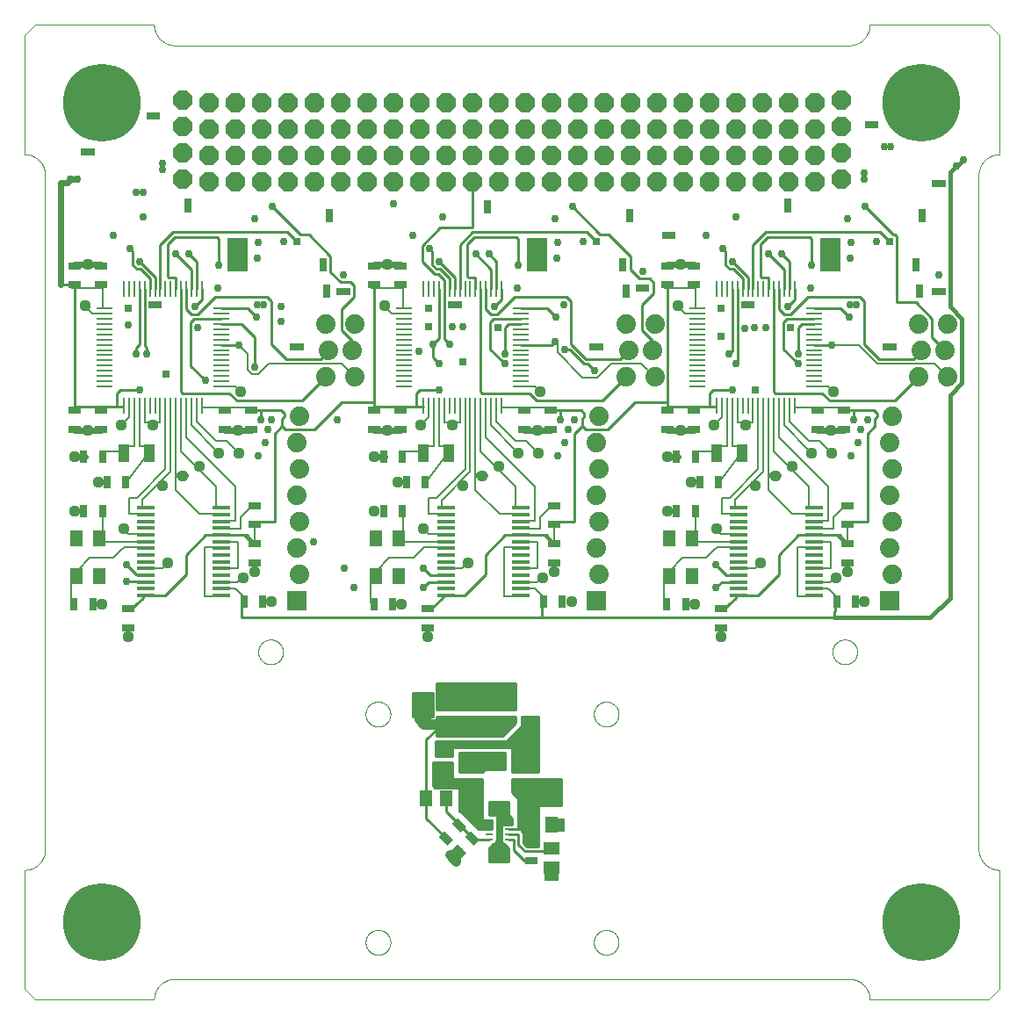
<source format=gbl>
G75*
%MOIN*%
%OFA0B0*%
%FSLAX25Y25*%
%IPPOS*%
%LPD*%
%AMOC8*
5,1,8,0,0,1.08239X$1,22.5*
%
%ADD10C,0.00000*%
%ADD11C,0.29528*%
%ADD12OC8,0.07400*%
%ADD13R,0.06102X0.00984*%
%ADD14R,0.00984X0.06102*%
%ADD15R,0.06890X0.01575*%
%ADD16R,0.03937X0.07087*%
%ADD17R,0.04724X0.03150*%
%ADD18C,0.00800*%
%ADD19R,0.03150X0.04724*%
%ADD20C,0.04400*%
%ADD21C,0.02400*%
%ADD22R,0.04921X0.06299*%
%ADD23R,0.00984X0.03937*%
%ADD24R,0.03937X0.00984*%
%ADD25R,0.07400X0.07400*%
%ADD26C,0.07400*%
%ADD27R,0.02402X0.08661*%
%ADD28R,0.02756X0.00984*%
%ADD29R,0.05118X0.05906*%
%ADD30R,0.05906X0.05118*%
%ADD31R,0.01969X0.01969*%
%ADD32R,0.08661X0.03937*%
%ADD33R,0.07087X0.06299*%
%ADD34C,0.02978*%
%ADD35C,0.01000*%
%ADD36R,0.02978X0.02978*%
%ADD37C,0.03000*%
%ADD38C,0.03600*%
%ADD39C,0.01600*%
%ADD40C,0.02000*%
%ADD41C,0.04000*%
D10*
X0087864Y0091801D02*
X0091801Y0087864D01*
X0137077Y0087864D01*
X0137079Y0088054D01*
X0137086Y0088244D01*
X0137098Y0088434D01*
X0137114Y0088624D01*
X0137134Y0088813D01*
X0137160Y0089002D01*
X0137189Y0089190D01*
X0137224Y0089377D01*
X0137263Y0089563D01*
X0137306Y0089748D01*
X0137354Y0089933D01*
X0137406Y0090116D01*
X0137462Y0090297D01*
X0137523Y0090477D01*
X0137589Y0090656D01*
X0137658Y0090833D01*
X0137732Y0091009D01*
X0137810Y0091182D01*
X0137893Y0091354D01*
X0137979Y0091523D01*
X0138069Y0091691D01*
X0138164Y0091856D01*
X0138262Y0092019D01*
X0138365Y0092179D01*
X0138471Y0092337D01*
X0138581Y0092492D01*
X0138694Y0092645D01*
X0138812Y0092795D01*
X0138933Y0092941D01*
X0139057Y0093085D01*
X0139185Y0093226D01*
X0139316Y0093364D01*
X0139451Y0093499D01*
X0139589Y0093630D01*
X0139730Y0093758D01*
X0139874Y0093882D01*
X0140020Y0094003D01*
X0140170Y0094121D01*
X0140323Y0094234D01*
X0140478Y0094344D01*
X0140636Y0094450D01*
X0140796Y0094553D01*
X0140959Y0094651D01*
X0141124Y0094746D01*
X0141292Y0094836D01*
X0141461Y0094922D01*
X0141633Y0095005D01*
X0141806Y0095083D01*
X0141982Y0095157D01*
X0142159Y0095226D01*
X0142338Y0095292D01*
X0142518Y0095353D01*
X0142699Y0095409D01*
X0142882Y0095461D01*
X0143067Y0095509D01*
X0143252Y0095552D01*
X0143438Y0095591D01*
X0143625Y0095626D01*
X0143813Y0095655D01*
X0144002Y0095681D01*
X0144191Y0095701D01*
X0144381Y0095717D01*
X0144571Y0095729D01*
X0144761Y0095736D01*
X0144951Y0095738D01*
X0400856Y0095738D01*
X0401046Y0095736D01*
X0401236Y0095729D01*
X0401426Y0095717D01*
X0401616Y0095701D01*
X0401805Y0095681D01*
X0401994Y0095655D01*
X0402182Y0095626D01*
X0402369Y0095591D01*
X0402555Y0095552D01*
X0402740Y0095509D01*
X0402925Y0095461D01*
X0403108Y0095409D01*
X0403289Y0095353D01*
X0403469Y0095292D01*
X0403648Y0095226D01*
X0403825Y0095157D01*
X0404001Y0095083D01*
X0404174Y0095005D01*
X0404346Y0094922D01*
X0404515Y0094836D01*
X0404683Y0094746D01*
X0404848Y0094651D01*
X0405011Y0094553D01*
X0405171Y0094450D01*
X0405329Y0094344D01*
X0405484Y0094234D01*
X0405637Y0094121D01*
X0405787Y0094003D01*
X0405933Y0093882D01*
X0406077Y0093758D01*
X0406218Y0093630D01*
X0406356Y0093499D01*
X0406491Y0093364D01*
X0406622Y0093226D01*
X0406750Y0093085D01*
X0406874Y0092941D01*
X0406995Y0092795D01*
X0407113Y0092645D01*
X0407226Y0092492D01*
X0407336Y0092337D01*
X0407442Y0092179D01*
X0407545Y0092019D01*
X0407643Y0091856D01*
X0407738Y0091691D01*
X0407828Y0091523D01*
X0407914Y0091354D01*
X0407997Y0091182D01*
X0408075Y0091009D01*
X0408149Y0090833D01*
X0408218Y0090656D01*
X0408284Y0090477D01*
X0408345Y0090297D01*
X0408401Y0090116D01*
X0408453Y0089933D01*
X0408501Y0089748D01*
X0408544Y0089563D01*
X0408583Y0089377D01*
X0408618Y0089190D01*
X0408647Y0089002D01*
X0408673Y0088813D01*
X0408693Y0088624D01*
X0408709Y0088434D01*
X0408721Y0088244D01*
X0408728Y0088054D01*
X0408730Y0087864D01*
X0454006Y0087864D01*
X0457943Y0091801D01*
X0457943Y0137077D01*
X0457753Y0137079D01*
X0457563Y0137086D01*
X0457373Y0137098D01*
X0457183Y0137114D01*
X0456994Y0137134D01*
X0456805Y0137160D01*
X0456617Y0137189D01*
X0456430Y0137224D01*
X0456244Y0137263D01*
X0456059Y0137306D01*
X0455874Y0137354D01*
X0455691Y0137406D01*
X0455510Y0137462D01*
X0455330Y0137523D01*
X0455151Y0137589D01*
X0454974Y0137658D01*
X0454798Y0137732D01*
X0454625Y0137810D01*
X0454453Y0137893D01*
X0454284Y0137979D01*
X0454116Y0138069D01*
X0453951Y0138164D01*
X0453788Y0138262D01*
X0453628Y0138365D01*
X0453470Y0138471D01*
X0453315Y0138581D01*
X0453162Y0138694D01*
X0453012Y0138812D01*
X0452866Y0138933D01*
X0452722Y0139057D01*
X0452581Y0139185D01*
X0452443Y0139316D01*
X0452308Y0139451D01*
X0452177Y0139589D01*
X0452049Y0139730D01*
X0451925Y0139874D01*
X0451804Y0140020D01*
X0451686Y0140170D01*
X0451573Y0140323D01*
X0451463Y0140478D01*
X0451357Y0140636D01*
X0451254Y0140796D01*
X0451156Y0140959D01*
X0451061Y0141124D01*
X0450971Y0141292D01*
X0450885Y0141461D01*
X0450802Y0141633D01*
X0450724Y0141806D01*
X0450650Y0141982D01*
X0450581Y0142159D01*
X0450515Y0142338D01*
X0450454Y0142518D01*
X0450398Y0142699D01*
X0450346Y0142882D01*
X0450298Y0143067D01*
X0450255Y0143252D01*
X0450216Y0143438D01*
X0450181Y0143625D01*
X0450152Y0143813D01*
X0450126Y0144002D01*
X0450106Y0144191D01*
X0450090Y0144381D01*
X0450078Y0144571D01*
X0450071Y0144761D01*
X0450069Y0144951D01*
X0450069Y0400856D01*
X0450071Y0401046D01*
X0450078Y0401236D01*
X0450090Y0401426D01*
X0450106Y0401616D01*
X0450126Y0401805D01*
X0450152Y0401994D01*
X0450181Y0402182D01*
X0450216Y0402369D01*
X0450255Y0402555D01*
X0450298Y0402740D01*
X0450346Y0402925D01*
X0450398Y0403108D01*
X0450454Y0403289D01*
X0450515Y0403469D01*
X0450581Y0403648D01*
X0450650Y0403825D01*
X0450724Y0404001D01*
X0450802Y0404174D01*
X0450885Y0404346D01*
X0450971Y0404515D01*
X0451061Y0404683D01*
X0451156Y0404848D01*
X0451254Y0405011D01*
X0451357Y0405171D01*
X0451463Y0405329D01*
X0451573Y0405484D01*
X0451686Y0405637D01*
X0451804Y0405787D01*
X0451925Y0405933D01*
X0452049Y0406077D01*
X0452177Y0406218D01*
X0452308Y0406356D01*
X0452443Y0406491D01*
X0452581Y0406622D01*
X0452722Y0406750D01*
X0452866Y0406874D01*
X0453012Y0406995D01*
X0453162Y0407113D01*
X0453315Y0407226D01*
X0453470Y0407336D01*
X0453628Y0407442D01*
X0453788Y0407545D01*
X0453951Y0407643D01*
X0454116Y0407738D01*
X0454284Y0407828D01*
X0454453Y0407914D01*
X0454625Y0407997D01*
X0454798Y0408075D01*
X0454974Y0408149D01*
X0455151Y0408218D01*
X0455330Y0408284D01*
X0455510Y0408345D01*
X0455691Y0408401D01*
X0455874Y0408453D01*
X0456059Y0408501D01*
X0456244Y0408544D01*
X0456430Y0408583D01*
X0456617Y0408618D01*
X0456805Y0408647D01*
X0456994Y0408673D01*
X0457183Y0408693D01*
X0457373Y0408709D01*
X0457563Y0408721D01*
X0457753Y0408728D01*
X0457943Y0408730D01*
X0457943Y0454006D01*
X0454006Y0457943D01*
X0408730Y0457943D01*
X0408728Y0457753D01*
X0408721Y0457563D01*
X0408709Y0457373D01*
X0408693Y0457183D01*
X0408673Y0456994D01*
X0408647Y0456805D01*
X0408618Y0456617D01*
X0408583Y0456430D01*
X0408544Y0456244D01*
X0408501Y0456059D01*
X0408453Y0455874D01*
X0408401Y0455691D01*
X0408345Y0455510D01*
X0408284Y0455330D01*
X0408218Y0455151D01*
X0408149Y0454974D01*
X0408075Y0454798D01*
X0407997Y0454625D01*
X0407914Y0454453D01*
X0407828Y0454284D01*
X0407738Y0454116D01*
X0407643Y0453951D01*
X0407545Y0453788D01*
X0407442Y0453628D01*
X0407336Y0453470D01*
X0407226Y0453315D01*
X0407113Y0453162D01*
X0406995Y0453012D01*
X0406874Y0452866D01*
X0406750Y0452722D01*
X0406622Y0452581D01*
X0406491Y0452443D01*
X0406356Y0452308D01*
X0406218Y0452177D01*
X0406077Y0452049D01*
X0405933Y0451925D01*
X0405787Y0451804D01*
X0405637Y0451686D01*
X0405484Y0451573D01*
X0405329Y0451463D01*
X0405171Y0451357D01*
X0405011Y0451254D01*
X0404848Y0451156D01*
X0404683Y0451061D01*
X0404515Y0450971D01*
X0404346Y0450885D01*
X0404174Y0450802D01*
X0404001Y0450724D01*
X0403825Y0450650D01*
X0403648Y0450581D01*
X0403469Y0450515D01*
X0403289Y0450454D01*
X0403108Y0450398D01*
X0402925Y0450346D01*
X0402740Y0450298D01*
X0402555Y0450255D01*
X0402369Y0450216D01*
X0402182Y0450181D01*
X0401994Y0450152D01*
X0401805Y0450126D01*
X0401616Y0450106D01*
X0401426Y0450090D01*
X0401236Y0450078D01*
X0401046Y0450071D01*
X0400856Y0450069D01*
X0144951Y0450069D01*
X0144761Y0450071D01*
X0144571Y0450078D01*
X0144381Y0450090D01*
X0144191Y0450106D01*
X0144002Y0450126D01*
X0143813Y0450152D01*
X0143625Y0450181D01*
X0143438Y0450216D01*
X0143252Y0450255D01*
X0143067Y0450298D01*
X0142882Y0450346D01*
X0142699Y0450398D01*
X0142518Y0450454D01*
X0142338Y0450515D01*
X0142159Y0450581D01*
X0141982Y0450650D01*
X0141806Y0450724D01*
X0141633Y0450802D01*
X0141461Y0450885D01*
X0141292Y0450971D01*
X0141124Y0451061D01*
X0140959Y0451156D01*
X0140796Y0451254D01*
X0140636Y0451357D01*
X0140478Y0451463D01*
X0140323Y0451573D01*
X0140170Y0451686D01*
X0140020Y0451804D01*
X0139874Y0451925D01*
X0139730Y0452049D01*
X0139589Y0452177D01*
X0139451Y0452308D01*
X0139316Y0452443D01*
X0139185Y0452581D01*
X0139057Y0452722D01*
X0138933Y0452866D01*
X0138812Y0453012D01*
X0138694Y0453162D01*
X0138581Y0453315D01*
X0138471Y0453470D01*
X0138365Y0453628D01*
X0138262Y0453788D01*
X0138164Y0453951D01*
X0138069Y0454116D01*
X0137979Y0454284D01*
X0137893Y0454453D01*
X0137810Y0454625D01*
X0137732Y0454798D01*
X0137658Y0454974D01*
X0137589Y0455151D01*
X0137523Y0455330D01*
X0137462Y0455510D01*
X0137406Y0455691D01*
X0137354Y0455874D01*
X0137306Y0456059D01*
X0137263Y0456244D01*
X0137224Y0456430D01*
X0137189Y0456617D01*
X0137160Y0456805D01*
X0137134Y0456994D01*
X0137114Y0457183D01*
X0137098Y0457373D01*
X0137086Y0457563D01*
X0137079Y0457753D01*
X0137077Y0457943D01*
X0091801Y0457943D01*
X0087864Y0454006D01*
X0087864Y0408730D01*
X0088054Y0408728D01*
X0088244Y0408721D01*
X0088434Y0408709D01*
X0088624Y0408693D01*
X0088813Y0408673D01*
X0089002Y0408647D01*
X0089190Y0408618D01*
X0089377Y0408583D01*
X0089563Y0408544D01*
X0089748Y0408501D01*
X0089933Y0408453D01*
X0090116Y0408401D01*
X0090297Y0408345D01*
X0090477Y0408284D01*
X0090656Y0408218D01*
X0090833Y0408149D01*
X0091009Y0408075D01*
X0091182Y0407997D01*
X0091354Y0407914D01*
X0091523Y0407828D01*
X0091691Y0407738D01*
X0091856Y0407643D01*
X0092019Y0407545D01*
X0092179Y0407442D01*
X0092337Y0407336D01*
X0092492Y0407226D01*
X0092645Y0407113D01*
X0092795Y0406995D01*
X0092941Y0406874D01*
X0093085Y0406750D01*
X0093226Y0406622D01*
X0093364Y0406491D01*
X0093499Y0406356D01*
X0093630Y0406218D01*
X0093758Y0406077D01*
X0093882Y0405933D01*
X0094003Y0405787D01*
X0094121Y0405637D01*
X0094234Y0405484D01*
X0094344Y0405329D01*
X0094450Y0405171D01*
X0094553Y0405011D01*
X0094651Y0404848D01*
X0094746Y0404683D01*
X0094836Y0404515D01*
X0094922Y0404346D01*
X0095005Y0404174D01*
X0095083Y0404001D01*
X0095157Y0403825D01*
X0095226Y0403648D01*
X0095292Y0403469D01*
X0095353Y0403289D01*
X0095409Y0403108D01*
X0095461Y0402925D01*
X0095509Y0402740D01*
X0095552Y0402555D01*
X0095591Y0402369D01*
X0095626Y0402182D01*
X0095655Y0401994D01*
X0095681Y0401805D01*
X0095701Y0401616D01*
X0095717Y0401426D01*
X0095729Y0401236D01*
X0095736Y0401046D01*
X0095738Y0400856D01*
X0095738Y0144951D01*
X0095736Y0144761D01*
X0095729Y0144571D01*
X0095717Y0144381D01*
X0095701Y0144191D01*
X0095681Y0144002D01*
X0095655Y0143813D01*
X0095626Y0143625D01*
X0095591Y0143438D01*
X0095552Y0143252D01*
X0095509Y0143067D01*
X0095461Y0142882D01*
X0095409Y0142699D01*
X0095353Y0142518D01*
X0095292Y0142338D01*
X0095226Y0142159D01*
X0095157Y0141982D01*
X0095083Y0141806D01*
X0095005Y0141633D01*
X0094922Y0141461D01*
X0094836Y0141292D01*
X0094746Y0141124D01*
X0094651Y0140959D01*
X0094553Y0140796D01*
X0094450Y0140636D01*
X0094344Y0140478D01*
X0094234Y0140323D01*
X0094121Y0140170D01*
X0094003Y0140020D01*
X0093882Y0139874D01*
X0093758Y0139730D01*
X0093630Y0139589D01*
X0093499Y0139451D01*
X0093364Y0139316D01*
X0093226Y0139185D01*
X0093085Y0139057D01*
X0092941Y0138933D01*
X0092795Y0138812D01*
X0092645Y0138694D01*
X0092492Y0138581D01*
X0092337Y0138471D01*
X0092179Y0138365D01*
X0092019Y0138262D01*
X0091856Y0138164D01*
X0091691Y0138069D01*
X0091523Y0137979D01*
X0091354Y0137893D01*
X0091182Y0137810D01*
X0091009Y0137732D01*
X0090833Y0137658D01*
X0090656Y0137589D01*
X0090477Y0137523D01*
X0090297Y0137462D01*
X0090116Y0137406D01*
X0089933Y0137354D01*
X0089748Y0137306D01*
X0089563Y0137263D01*
X0089377Y0137224D01*
X0089190Y0137189D01*
X0089002Y0137160D01*
X0088813Y0137134D01*
X0088624Y0137114D01*
X0088434Y0137098D01*
X0088244Y0137086D01*
X0088054Y0137079D01*
X0087864Y0137077D01*
X0087864Y0091801D01*
X0217391Y0109596D02*
X0217393Y0109733D01*
X0217399Y0109870D01*
X0217409Y0110006D01*
X0217423Y0110142D01*
X0217441Y0110278D01*
X0217462Y0110413D01*
X0217488Y0110547D01*
X0217518Y0110681D01*
X0217551Y0110814D01*
X0217589Y0110945D01*
X0217630Y0111076D01*
X0217675Y0111205D01*
X0217723Y0111333D01*
X0217776Y0111460D01*
X0217832Y0111584D01*
X0217891Y0111708D01*
X0217955Y0111829D01*
X0218021Y0111948D01*
X0218091Y0112066D01*
X0218165Y0112181D01*
X0218242Y0112295D01*
X0218322Y0112406D01*
X0218405Y0112514D01*
X0218492Y0112620D01*
X0218581Y0112724D01*
X0218674Y0112825D01*
X0218769Y0112923D01*
X0218867Y0113018D01*
X0218968Y0113111D01*
X0219072Y0113200D01*
X0219178Y0113287D01*
X0219286Y0113370D01*
X0219397Y0113450D01*
X0219511Y0113527D01*
X0219626Y0113601D01*
X0219743Y0113671D01*
X0219863Y0113737D01*
X0219984Y0113801D01*
X0220108Y0113860D01*
X0220232Y0113916D01*
X0220359Y0113969D01*
X0220487Y0114017D01*
X0220616Y0114062D01*
X0220747Y0114103D01*
X0220878Y0114141D01*
X0221011Y0114174D01*
X0221145Y0114204D01*
X0221279Y0114230D01*
X0221414Y0114251D01*
X0221550Y0114269D01*
X0221686Y0114283D01*
X0221822Y0114293D01*
X0221959Y0114299D01*
X0222096Y0114301D01*
X0222233Y0114299D01*
X0222370Y0114293D01*
X0222506Y0114283D01*
X0222642Y0114269D01*
X0222778Y0114251D01*
X0222913Y0114230D01*
X0223047Y0114204D01*
X0223181Y0114174D01*
X0223314Y0114141D01*
X0223445Y0114103D01*
X0223576Y0114062D01*
X0223705Y0114017D01*
X0223833Y0113969D01*
X0223960Y0113916D01*
X0224084Y0113860D01*
X0224208Y0113801D01*
X0224329Y0113737D01*
X0224448Y0113671D01*
X0224566Y0113601D01*
X0224681Y0113527D01*
X0224795Y0113450D01*
X0224906Y0113370D01*
X0225014Y0113287D01*
X0225120Y0113200D01*
X0225224Y0113111D01*
X0225325Y0113018D01*
X0225423Y0112923D01*
X0225518Y0112825D01*
X0225611Y0112724D01*
X0225700Y0112620D01*
X0225787Y0112514D01*
X0225870Y0112406D01*
X0225950Y0112295D01*
X0226027Y0112181D01*
X0226101Y0112066D01*
X0226171Y0111948D01*
X0226237Y0111829D01*
X0226301Y0111708D01*
X0226360Y0111584D01*
X0226416Y0111460D01*
X0226469Y0111333D01*
X0226517Y0111205D01*
X0226562Y0111076D01*
X0226603Y0110945D01*
X0226641Y0110814D01*
X0226674Y0110681D01*
X0226704Y0110547D01*
X0226730Y0110413D01*
X0226751Y0110278D01*
X0226769Y0110142D01*
X0226783Y0110006D01*
X0226793Y0109870D01*
X0226799Y0109733D01*
X0226801Y0109596D01*
X0226799Y0109459D01*
X0226793Y0109322D01*
X0226783Y0109186D01*
X0226769Y0109050D01*
X0226751Y0108914D01*
X0226730Y0108779D01*
X0226704Y0108645D01*
X0226674Y0108511D01*
X0226641Y0108378D01*
X0226603Y0108247D01*
X0226562Y0108116D01*
X0226517Y0107987D01*
X0226469Y0107859D01*
X0226416Y0107732D01*
X0226360Y0107608D01*
X0226301Y0107484D01*
X0226237Y0107363D01*
X0226171Y0107243D01*
X0226101Y0107126D01*
X0226027Y0107011D01*
X0225950Y0106897D01*
X0225870Y0106786D01*
X0225787Y0106678D01*
X0225700Y0106572D01*
X0225611Y0106468D01*
X0225518Y0106367D01*
X0225423Y0106269D01*
X0225325Y0106174D01*
X0225224Y0106081D01*
X0225120Y0105992D01*
X0225014Y0105905D01*
X0224906Y0105822D01*
X0224795Y0105742D01*
X0224681Y0105665D01*
X0224566Y0105591D01*
X0224449Y0105521D01*
X0224329Y0105455D01*
X0224208Y0105391D01*
X0224084Y0105332D01*
X0223960Y0105276D01*
X0223833Y0105223D01*
X0223705Y0105175D01*
X0223576Y0105130D01*
X0223445Y0105089D01*
X0223314Y0105051D01*
X0223181Y0105018D01*
X0223047Y0104988D01*
X0222913Y0104962D01*
X0222778Y0104941D01*
X0222642Y0104923D01*
X0222506Y0104909D01*
X0222370Y0104899D01*
X0222233Y0104893D01*
X0222096Y0104891D01*
X0221959Y0104893D01*
X0221822Y0104899D01*
X0221686Y0104909D01*
X0221550Y0104923D01*
X0221414Y0104941D01*
X0221279Y0104962D01*
X0221145Y0104988D01*
X0221011Y0105018D01*
X0220878Y0105051D01*
X0220747Y0105089D01*
X0220616Y0105130D01*
X0220487Y0105175D01*
X0220359Y0105223D01*
X0220232Y0105276D01*
X0220108Y0105332D01*
X0219984Y0105391D01*
X0219863Y0105455D01*
X0219743Y0105521D01*
X0219626Y0105591D01*
X0219511Y0105665D01*
X0219397Y0105742D01*
X0219286Y0105822D01*
X0219178Y0105905D01*
X0219072Y0105992D01*
X0218968Y0106081D01*
X0218867Y0106174D01*
X0218769Y0106269D01*
X0218674Y0106367D01*
X0218581Y0106468D01*
X0218492Y0106572D01*
X0218405Y0106678D01*
X0218322Y0106786D01*
X0218242Y0106897D01*
X0218165Y0107011D01*
X0218091Y0107126D01*
X0218021Y0107243D01*
X0217955Y0107363D01*
X0217891Y0107484D01*
X0217832Y0107608D01*
X0217776Y0107732D01*
X0217723Y0107859D01*
X0217675Y0107987D01*
X0217630Y0108116D01*
X0217589Y0108247D01*
X0217551Y0108378D01*
X0217518Y0108511D01*
X0217488Y0108645D01*
X0217462Y0108779D01*
X0217441Y0108914D01*
X0217423Y0109050D01*
X0217409Y0109186D01*
X0217399Y0109322D01*
X0217393Y0109459D01*
X0217391Y0109596D01*
X0217391Y0196211D02*
X0217393Y0196348D01*
X0217399Y0196485D01*
X0217409Y0196621D01*
X0217423Y0196757D01*
X0217441Y0196893D01*
X0217462Y0197028D01*
X0217488Y0197162D01*
X0217518Y0197296D01*
X0217551Y0197429D01*
X0217589Y0197560D01*
X0217630Y0197691D01*
X0217675Y0197820D01*
X0217723Y0197948D01*
X0217776Y0198075D01*
X0217832Y0198199D01*
X0217891Y0198323D01*
X0217955Y0198444D01*
X0218021Y0198563D01*
X0218091Y0198681D01*
X0218165Y0198796D01*
X0218242Y0198910D01*
X0218322Y0199021D01*
X0218405Y0199129D01*
X0218492Y0199235D01*
X0218581Y0199339D01*
X0218674Y0199440D01*
X0218769Y0199538D01*
X0218867Y0199633D01*
X0218968Y0199726D01*
X0219072Y0199815D01*
X0219178Y0199902D01*
X0219286Y0199985D01*
X0219397Y0200065D01*
X0219511Y0200142D01*
X0219626Y0200216D01*
X0219743Y0200286D01*
X0219863Y0200352D01*
X0219984Y0200416D01*
X0220108Y0200475D01*
X0220232Y0200531D01*
X0220359Y0200584D01*
X0220487Y0200632D01*
X0220616Y0200677D01*
X0220747Y0200718D01*
X0220878Y0200756D01*
X0221011Y0200789D01*
X0221145Y0200819D01*
X0221279Y0200845D01*
X0221414Y0200866D01*
X0221550Y0200884D01*
X0221686Y0200898D01*
X0221822Y0200908D01*
X0221959Y0200914D01*
X0222096Y0200916D01*
X0222233Y0200914D01*
X0222370Y0200908D01*
X0222506Y0200898D01*
X0222642Y0200884D01*
X0222778Y0200866D01*
X0222913Y0200845D01*
X0223047Y0200819D01*
X0223181Y0200789D01*
X0223314Y0200756D01*
X0223445Y0200718D01*
X0223576Y0200677D01*
X0223705Y0200632D01*
X0223833Y0200584D01*
X0223960Y0200531D01*
X0224084Y0200475D01*
X0224208Y0200416D01*
X0224329Y0200352D01*
X0224448Y0200286D01*
X0224566Y0200216D01*
X0224681Y0200142D01*
X0224795Y0200065D01*
X0224906Y0199985D01*
X0225014Y0199902D01*
X0225120Y0199815D01*
X0225224Y0199726D01*
X0225325Y0199633D01*
X0225423Y0199538D01*
X0225518Y0199440D01*
X0225611Y0199339D01*
X0225700Y0199235D01*
X0225787Y0199129D01*
X0225870Y0199021D01*
X0225950Y0198910D01*
X0226027Y0198796D01*
X0226101Y0198681D01*
X0226171Y0198563D01*
X0226237Y0198444D01*
X0226301Y0198323D01*
X0226360Y0198199D01*
X0226416Y0198075D01*
X0226469Y0197948D01*
X0226517Y0197820D01*
X0226562Y0197691D01*
X0226603Y0197560D01*
X0226641Y0197429D01*
X0226674Y0197296D01*
X0226704Y0197162D01*
X0226730Y0197028D01*
X0226751Y0196893D01*
X0226769Y0196757D01*
X0226783Y0196621D01*
X0226793Y0196485D01*
X0226799Y0196348D01*
X0226801Y0196211D01*
X0226799Y0196074D01*
X0226793Y0195937D01*
X0226783Y0195801D01*
X0226769Y0195665D01*
X0226751Y0195529D01*
X0226730Y0195394D01*
X0226704Y0195260D01*
X0226674Y0195126D01*
X0226641Y0194993D01*
X0226603Y0194862D01*
X0226562Y0194731D01*
X0226517Y0194602D01*
X0226469Y0194474D01*
X0226416Y0194347D01*
X0226360Y0194223D01*
X0226301Y0194099D01*
X0226237Y0193978D01*
X0226171Y0193858D01*
X0226101Y0193741D01*
X0226027Y0193626D01*
X0225950Y0193512D01*
X0225870Y0193401D01*
X0225787Y0193293D01*
X0225700Y0193187D01*
X0225611Y0193083D01*
X0225518Y0192982D01*
X0225423Y0192884D01*
X0225325Y0192789D01*
X0225224Y0192696D01*
X0225120Y0192607D01*
X0225014Y0192520D01*
X0224906Y0192437D01*
X0224795Y0192357D01*
X0224681Y0192280D01*
X0224566Y0192206D01*
X0224449Y0192136D01*
X0224329Y0192070D01*
X0224208Y0192006D01*
X0224084Y0191947D01*
X0223960Y0191891D01*
X0223833Y0191838D01*
X0223705Y0191790D01*
X0223576Y0191745D01*
X0223445Y0191704D01*
X0223314Y0191666D01*
X0223181Y0191633D01*
X0223047Y0191603D01*
X0222913Y0191577D01*
X0222778Y0191556D01*
X0222642Y0191538D01*
X0222506Y0191524D01*
X0222370Y0191514D01*
X0222233Y0191508D01*
X0222096Y0191506D01*
X0221959Y0191508D01*
X0221822Y0191514D01*
X0221686Y0191524D01*
X0221550Y0191538D01*
X0221414Y0191556D01*
X0221279Y0191577D01*
X0221145Y0191603D01*
X0221011Y0191633D01*
X0220878Y0191666D01*
X0220747Y0191704D01*
X0220616Y0191745D01*
X0220487Y0191790D01*
X0220359Y0191838D01*
X0220232Y0191891D01*
X0220108Y0191947D01*
X0219984Y0192006D01*
X0219863Y0192070D01*
X0219743Y0192136D01*
X0219626Y0192206D01*
X0219511Y0192280D01*
X0219397Y0192357D01*
X0219286Y0192437D01*
X0219178Y0192520D01*
X0219072Y0192607D01*
X0218968Y0192696D01*
X0218867Y0192789D01*
X0218769Y0192884D01*
X0218674Y0192982D01*
X0218581Y0193083D01*
X0218492Y0193187D01*
X0218405Y0193293D01*
X0218322Y0193401D01*
X0218242Y0193512D01*
X0218165Y0193626D01*
X0218091Y0193741D01*
X0218021Y0193858D01*
X0217955Y0193978D01*
X0217891Y0194099D01*
X0217832Y0194223D01*
X0217776Y0194347D01*
X0217723Y0194474D01*
X0217675Y0194602D01*
X0217630Y0194731D01*
X0217589Y0194862D01*
X0217551Y0194993D01*
X0217518Y0195126D01*
X0217488Y0195260D01*
X0217462Y0195394D01*
X0217441Y0195529D01*
X0217423Y0195665D01*
X0217409Y0195801D01*
X0217399Y0195937D01*
X0217393Y0196074D01*
X0217391Y0196211D01*
X0176643Y0219833D02*
X0176645Y0219970D01*
X0176651Y0220107D01*
X0176661Y0220243D01*
X0176675Y0220379D01*
X0176693Y0220515D01*
X0176714Y0220650D01*
X0176740Y0220784D01*
X0176770Y0220918D01*
X0176803Y0221051D01*
X0176841Y0221182D01*
X0176882Y0221313D01*
X0176927Y0221442D01*
X0176975Y0221570D01*
X0177028Y0221697D01*
X0177084Y0221821D01*
X0177143Y0221945D01*
X0177207Y0222066D01*
X0177273Y0222185D01*
X0177343Y0222303D01*
X0177417Y0222418D01*
X0177494Y0222532D01*
X0177574Y0222643D01*
X0177657Y0222751D01*
X0177744Y0222857D01*
X0177833Y0222961D01*
X0177926Y0223062D01*
X0178021Y0223160D01*
X0178119Y0223255D01*
X0178220Y0223348D01*
X0178324Y0223437D01*
X0178430Y0223524D01*
X0178538Y0223607D01*
X0178649Y0223687D01*
X0178763Y0223764D01*
X0178878Y0223838D01*
X0178995Y0223908D01*
X0179115Y0223974D01*
X0179236Y0224038D01*
X0179360Y0224097D01*
X0179484Y0224153D01*
X0179611Y0224206D01*
X0179739Y0224254D01*
X0179868Y0224299D01*
X0179999Y0224340D01*
X0180130Y0224378D01*
X0180263Y0224411D01*
X0180397Y0224441D01*
X0180531Y0224467D01*
X0180666Y0224488D01*
X0180802Y0224506D01*
X0180938Y0224520D01*
X0181074Y0224530D01*
X0181211Y0224536D01*
X0181348Y0224538D01*
X0181485Y0224536D01*
X0181622Y0224530D01*
X0181758Y0224520D01*
X0181894Y0224506D01*
X0182030Y0224488D01*
X0182165Y0224467D01*
X0182299Y0224441D01*
X0182433Y0224411D01*
X0182566Y0224378D01*
X0182697Y0224340D01*
X0182828Y0224299D01*
X0182957Y0224254D01*
X0183085Y0224206D01*
X0183212Y0224153D01*
X0183336Y0224097D01*
X0183460Y0224038D01*
X0183581Y0223974D01*
X0183700Y0223908D01*
X0183818Y0223838D01*
X0183933Y0223764D01*
X0184047Y0223687D01*
X0184158Y0223607D01*
X0184266Y0223524D01*
X0184372Y0223437D01*
X0184476Y0223348D01*
X0184577Y0223255D01*
X0184675Y0223160D01*
X0184770Y0223062D01*
X0184863Y0222961D01*
X0184952Y0222857D01*
X0185039Y0222751D01*
X0185122Y0222643D01*
X0185202Y0222532D01*
X0185279Y0222418D01*
X0185353Y0222303D01*
X0185423Y0222185D01*
X0185489Y0222066D01*
X0185553Y0221945D01*
X0185612Y0221821D01*
X0185668Y0221697D01*
X0185721Y0221570D01*
X0185769Y0221442D01*
X0185814Y0221313D01*
X0185855Y0221182D01*
X0185893Y0221051D01*
X0185926Y0220918D01*
X0185956Y0220784D01*
X0185982Y0220650D01*
X0186003Y0220515D01*
X0186021Y0220379D01*
X0186035Y0220243D01*
X0186045Y0220107D01*
X0186051Y0219970D01*
X0186053Y0219833D01*
X0186051Y0219696D01*
X0186045Y0219559D01*
X0186035Y0219423D01*
X0186021Y0219287D01*
X0186003Y0219151D01*
X0185982Y0219016D01*
X0185956Y0218882D01*
X0185926Y0218748D01*
X0185893Y0218615D01*
X0185855Y0218484D01*
X0185814Y0218353D01*
X0185769Y0218224D01*
X0185721Y0218096D01*
X0185668Y0217969D01*
X0185612Y0217845D01*
X0185553Y0217721D01*
X0185489Y0217600D01*
X0185423Y0217480D01*
X0185353Y0217363D01*
X0185279Y0217248D01*
X0185202Y0217134D01*
X0185122Y0217023D01*
X0185039Y0216915D01*
X0184952Y0216809D01*
X0184863Y0216705D01*
X0184770Y0216604D01*
X0184675Y0216506D01*
X0184577Y0216411D01*
X0184476Y0216318D01*
X0184372Y0216229D01*
X0184266Y0216142D01*
X0184158Y0216059D01*
X0184047Y0215979D01*
X0183933Y0215902D01*
X0183818Y0215828D01*
X0183701Y0215758D01*
X0183581Y0215692D01*
X0183460Y0215628D01*
X0183336Y0215569D01*
X0183212Y0215513D01*
X0183085Y0215460D01*
X0182957Y0215412D01*
X0182828Y0215367D01*
X0182697Y0215326D01*
X0182566Y0215288D01*
X0182433Y0215255D01*
X0182299Y0215225D01*
X0182165Y0215199D01*
X0182030Y0215178D01*
X0181894Y0215160D01*
X0181758Y0215146D01*
X0181622Y0215136D01*
X0181485Y0215130D01*
X0181348Y0215128D01*
X0181211Y0215130D01*
X0181074Y0215136D01*
X0180938Y0215146D01*
X0180802Y0215160D01*
X0180666Y0215178D01*
X0180531Y0215199D01*
X0180397Y0215225D01*
X0180263Y0215255D01*
X0180130Y0215288D01*
X0179999Y0215326D01*
X0179868Y0215367D01*
X0179739Y0215412D01*
X0179611Y0215460D01*
X0179484Y0215513D01*
X0179360Y0215569D01*
X0179236Y0215628D01*
X0179115Y0215692D01*
X0178995Y0215758D01*
X0178878Y0215828D01*
X0178763Y0215902D01*
X0178649Y0215979D01*
X0178538Y0216059D01*
X0178430Y0216142D01*
X0178324Y0216229D01*
X0178220Y0216318D01*
X0178119Y0216411D01*
X0178021Y0216506D01*
X0177926Y0216604D01*
X0177833Y0216705D01*
X0177744Y0216809D01*
X0177657Y0216915D01*
X0177574Y0217023D01*
X0177494Y0217134D01*
X0177417Y0217248D01*
X0177343Y0217363D01*
X0177273Y0217480D01*
X0177207Y0217600D01*
X0177143Y0217721D01*
X0177084Y0217845D01*
X0177028Y0217969D01*
X0176975Y0218096D01*
X0176927Y0218224D01*
X0176882Y0218353D01*
X0176841Y0218484D01*
X0176803Y0218615D01*
X0176770Y0218748D01*
X0176740Y0218882D01*
X0176714Y0219016D01*
X0176693Y0219151D01*
X0176675Y0219287D01*
X0176661Y0219423D01*
X0176651Y0219559D01*
X0176645Y0219696D01*
X0176643Y0219833D01*
X0304006Y0196211D02*
X0304008Y0196348D01*
X0304014Y0196485D01*
X0304024Y0196621D01*
X0304038Y0196757D01*
X0304056Y0196893D01*
X0304077Y0197028D01*
X0304103Y0197162D01*
X0304133Y0197296D01*
X0304166Y0197429D01*
X0304204Y0197560D01*
X0304245Y0197691D01*
X0304290Y0197820D01*
X0304338Y0197948D01*
X0304391Y0198075D01*
X0304447Y0198199D01*
X0304506Y0198323D01*
X0304570Y0198444D01*
X0304636Y0198563D01*
X0304706Y0198681D01*
X0304780Y0198796D01*
X0304857Y0198910D01*
X0304937Y0199021D01*
X0305020Y0199129D01*
X0305107Y0199235D01*
X0305196Y0199339D01*
X0305289Y0199440D01*
X0305384Y0199538D01*
X0305482Y0199633D01*
X0305583Y0199726D01*
X0305687Y0199815D01*
X0305793Y0199902D01*
X0305901Y0199985D01*
X0306012Y0200065D01*
X0306126Y0200142D01*
X0306241Y0200216D01*
X0306358Y0200286D01*
X0306478Y0200352D01*
X0306599Y0200416D01*
X0306723Y0200475D01*
X0306847Y0200531D01*
X0306974Y0200584D01*
X0307102Y0200632D01*
X0307231Y0200677D01*
X0307362Y0200718D01*
X0307493Y0200756D01*
X0307626Y0200789D01*
X0307760Y0200819D01*
X0307894Y0200845D01*
X0308029Y0200866D01*
X0308165Y0200884D01*
X0308301Y0200898D01*
X0308437Y0200908D01*
X0308574Y0200914D01*
X0308711Y0200916D01*
X0308848Y0200914D01*
X0308985Y0200908D01*
X0309121Y0200898D01*
X0309257Y0200884D01*
X0309393Y0200866D01*
X0309528Y0200845D01*
X0309662Y0200819D01*
X0309796Y0200789D01*
X0309929Y0200756D01*
X0310060Y0200718D01*
X0310191Y0200677D01*
X0310320Y0200632D01*
X0310448Y0200584D01*
X0310575Y0200531D01*
X0310699Y0200475D01*
X0310823Y0200416D01*
X0310944Y0200352D01*
X0311063Y0200286D01*
X0311181Y0200216D01*
X0311296Y0200142D01*
X0311410Y0200065D01*
X0311521Y0199985D01*
X0311629Y0199902D01*
X0311735Y0199815D01*
X0311839Y0199726D01*
X0311940Y0199633D01*
X0312038Y0199538D01*
X0312133Y0199440D01*
X0312226Y0199339D01*
X0312315Y0199235D01*
X0312402Y0199129D01*
X0312485Y0199021D01*
X0312565Y0198910D01*
X0312642Y0198796D01*
X0312716Y0198681D01*
X0312786Y0198563D01*
X0312852Y0198444D01*
X0312916Y0198323D01*
X0312975Y0198199D01*
X0313031Y0198075D01*
X0313084Y0197948D01*
X0313132Y0197820D01*
X0313177Y0197691D01*
X0313218Y0197560D01*
X0313256Y0197429D01*
X0313289Y0197296D01*
X0313319Y0197162D01*
X0313345Y0197028D01*
X0313366Y0196893D01*
X0313384Y0196757D01*
X0313398Y0196621D01*
X0313408Y0196485D01*
X0313414Y0196348D01*
X0313416Y0196211D01*
X0313414Y0196074D01*
X0313408Y0195937D01*
X0313398Y0195801D01*
X0313384Y0195665D01*
X0313366Y0195529D01*
X0313345Y0195394D01*
X0313319Y0195260D01*
X0313289Y0195126D01*
X0313256Y0194993D01*
X0313218Y0194862D01*
X0313177Y0194731D01*
X0313132Y0194602D01*
X0313084Y0194474D01*
X0313031Y0194347D01*
X0312975Y0194223D01*
X0312916Y0194099D01*
X0312852Y0193978D01*
X0312786Y0193858D01*
X0312716Y0193741D01*
X0312642Y0193626D01*
X0312565Y0193512D01*
X0312485Y0193401D01*
X0312402Y0193293D01*
X0312315Y0193187D01*
X0312226Y0193083D01*
X0312133Y0192982D01*
X0312038Y0192884D01*
X0311940Y0192789D01*
X0311839Y0192696D01*
X0311735Y0192607D01*
X0311629Y0192520D01*
X0311521Y0192437D01*
X0311410Y0192357D01*
X0311296Y0192280D01*
X0311181Y0192206D01*
X0311064Y0192136D01*
X0310944Y0192070D01*
X0310823Y0192006D01*
X0310699Y0191947D01*
X0310575Y0191891D01*
X0310448Y0191838D01*
X0310320Y0191790D01*
X0310191Y0191745D01*
X0310060Y0191704D01*
X0309929Y0191666D01*
X0309796Y0191633D01*
X0309662Y0191603D01*
X0309528Y0191577D01*
X0309393Y0191556D01*
X0309257Y0191538D01*
X0309121Y0191524D01*
X0308985Y0191514D01*
X0308848Y0191508D01*
X0308711Y0191506D01*
X0308574Y0191508D01*
X0308437Y0191514D01*
X0308301Y0191524D01*
X0308165Y0191538D01*
X0308029Y0191556D01*
X0307894Y0191577D01*
X0307760Y0191603D01*
X0307626Y0191633D01*
X0307493Y0191666D01*
X0307362Y0191704D01*
X0307231Y0191745D01*
X0307102Y0191790D01*
X0306974Y0191838D01*
X0306847Y0191891D01*
X0306723Y0191947D01*
X0306599Y0192006D01*
X0306478Y0192070D01*
X0306358Y0192136D01*
X0306241Y0192206D01*
X0306126Y0192280D01*
X0306012Y0192357D01*
X0305901Y0192437D01*
X0305793Y0192520D01*
X0305687Y0192607D01*
X0305583Y0192696D01*
X0305482Y0192789D01*
X0305384Y0192884D01*
X0305289Y0192982D01*
X0305196Y0193083D01*
X0305107Y0193187D01*
X0305020Y0193293D01*
X0304937Y0193401D01*
X0304857Y0193512D01*
X0304780Y0193626D01*
X0304706Y0193741D01*
X0304636Y0193858D01*
X0304570Y0193978D01*
X0304506Y0194099D01*
X0304447Y0194223D01*
X0304391Y0194347D01*
X0304338Y0194474D01*
X0304290Y0194602D01*
X0304245Y0194731D01*
X0304204Y0194862D01*
X0304166Y0194993D01*
X0304133Y0195126D01*
X0304103Y0195260D01*
X0304077Y0195394D01*
X0304056Y0195529D01*
X0304038Y0195665D01*
X0304024Y0195801D01*
X0304014Y0195937D01*
X0304008Y0196074D01*
X0304006Y0196211D01*
X0304006Y0109596D02*
X0304008Y0109733D01*
X0304014Y0109870D01*
X0304024Y0110006D01*
X0304038Y0110142D01*
X0304056Y0110278D01*
X0304077Y0110413D01*
X0304103Y0110547D01*
X0304133Y0110681D01*
X0304166Y0110814D01*
X0304204Y0110945D01*
X0304245Y0111076D01*
X0304290Y0111205D01*
X0304338Y0111333D01*
X0304391Y0111460D01*
X0304447Y0111584D01*
X0304506Y0111708D01*
X0304570Y0111829D01*
X0304636Y0111948D01*
X0304706Y0112066D01*
X0304780Y0112181D01*
X0304857Y0112295D01*
X0304937Y0112406D01*
X0305020Y0112514D01*
X0305107Y0112620D01*
X0305196Y0112724D01*
X0305289Y0112825D01*
X0305384Y0112923D01*
X0305482Y0113018D01*
X0305583Y0113111D01*
X0305687Y0113200D01*
X0305793Y0113287D01*
X0305901Y0113370D01*
X0306012Y0113450D01*
X0306126Y0113527D01*
X0306241Y0113601D01*
X0306358Y0113671D01*
X0306478Y0113737D01*
X0306599Y0113801D01*
X0306723Y0113860D01*
X0306847Y0113916D01*
X0306974Y0113969D01*
X0307102Y0114017D01*
X0307231Y0114062D01*
X0307362Y0114103D01*
X0307493Y0114141D01*
X0307626Y0114174D01*
X0307760Y0114204D01*
X0307894Y0114230D01*
X0308029Y0114251D01*
X0308165Y0114269D01*
X0308301Y0114283D01*
X0308437Y0114293D01*
X0308574Y0114299D01*
X0308711Y0114301D01*
X0308848Y0114299D01*
X0308985Y0114293D01*
X0309121Y0114283D01*
X0309257Y0114269D01*
X0309393Y0114251D01*
X0309528Y0114230D01*
X0309662Y0114204D01*
X0309796Y0114174D01*
X0309929Y0114141D01*
X0310060Y0114103D01*
X0310191Y0114062D01*
X0310320Y0114017D01*
X0310448Y0113969D01*
X0310575Y0113916D01*
X0310699Y0113860D01*
X0310823Y0113801D01*
X0310944Y0113737D01*
X0311063Y0113671D01*
X0311181Y0113601D01*
X0311296Y0113527D01*
X0311410Y0113450D01*
X0311521Y0113370D01*
X0311629Y0113287D01*
X0311735Y0113200D01*
X0311839Y0113111D01*
X0311940Y0113018D01*
X0312038Y0112923D01*
X0312133Y0112825D01*
X0312226Y0112724D01*
X0312315Y0112620D01*
X0312402Y0112514D01*
X0312485Y0112406D01*
X0312565Y0112295D01*
X0312642Y0112181D01*
X0312716Y0112066D01*
X0312786Y0111948D01*
X0312852Y0111829D01*
X0312916Y0111708D01*
X0312975Y0111584D01*
X0313031Y0111460D01*
X0313084Y0111333D01*
X0313132Y0111205D01*
X0313177Y0111076D01*
X0313218Y0110945D01*
X0313256Y0110814D01*
X0313289Y0110681D01*
X0313319Y0110547D01*
X0313345Y0110413D01*
X0313366Y0110278D01*
X0313384Y0110142D01*
X0313398Y0110006D01*
X0313408Y0109870D01*
X0313414Y0109733D01*
X0313416Y0109596D01*
X0313414Y0109459D01*
X0313408Y0109322D01*
X0313398Y0109186D01*
X0313384Y0109050D01*
X0313366Y0108914D01*
X0313345Y0108779D01*
X0313319Y0108645D01*
X0313289Y0108511D01*
X0313256Y0108378D01*
X0313218Y0108247D01*
X0313177Y0108116D01*
X0313132Y0107987D01*
X0313084Y0107859D01*
X0313031Y0107732D01*
X0312975Y0107608D01*
X0312916Y0107484D01*
X0312852Y0107363D01*
X0312786Y0107243D01*
X0312716Y0107126D01*
X0312642Y0107011D01*
X0312565Y0106897D01*
X0312485Y0106786D01*
X0312402Y0106678D01*
X0312315Y0106572D01*
X0312226Y0106468D01*
X0312133Y0106367D01*
X0312038Y0106269D01*
X0311940Y0106174D01*
X0311839Y0106081D01*
X0311735Y0105992D01*
X0311629Y0105905D01*
X0311521Y0105822D01*
X0311410Y0105742D01*
X0311296Y0105665D01*
X0311181Y0105591D01*
X0311064Y0105521D01*
X0310944Y0105455D01*
X0310823Y0105391D01*
X0310699Y0105332D01*
X0310575Y0105276D01*
X0310448Y0105223D01*
X0310320Y0105175D01*
X0310191Y0105130D01*
X0310060Y0105089D01*
X0309929Y0105051D01*
X0309796Y0105018D01*
X0309662Y0104988D01*
X0309528Y0104962D01*
X0309393Y0104941D01*
X0309257Y0104923D01*
X0309121Y0104909D01*
X0308985Y0104899D01*
X0308848Y0104893D01*
X0308711Y0104891D01*
X0308574Y0104893D01*
X0308437Y0104899D01*
X0308301Y0104909D01*
X0308165Y0104923D01*
X0308029Y0104941D01*
X0307894Y0104962D01*
X0307760Y0104988D01*
X0307626Y0105018D01*
X0307493Y0105051D01*
X0307362Y0105089D01*
X0307231Y0105130D01*
X0307102Y0105175D01*
X0306974Y0105223D01*
X0306847Y0105276D01*
X0306723Y0105332D01*
X0306599Y0105391D01*
X0306478Y0105455D01*
X0306358Y0105521D01*
X0306241Y0105591D01*
X0306126Y0105665D01*
X0306012Y0105742D01*
X0305901Y0105822D01*
X0305793Y0105905D01*
X0305687Y0105992D01*
X0305583Y0106081D01*
X0305482Y0106174D01*
X0305384Y0106269D01*
X0305289Y0106367D01*
X0305196Y0106468D01*
X0305107Y0106572D01*
X0305020Y0106678D01*
X0304937Y0106786D01*
X0304857Y0106897D01*
X0304780Y0107011D01*
X0304706Y0107126D01*
X0304636Y0107243D01*
X0304570Y0107363D01*
X0304506Y0107484D01*
X0304447Y0107608D01*
X0304391Y0107732D01*
X0304338Y0107859D01*
X0304290Y0107987D01*
X0304245Y0108116D01*
X0304204Y0108247D01*
X0304166Y0108378D01*
X0304133Y0108511D01*
X0304103Y0108645D01*
X0304077Y0108779D01*
X0304056Y0108914D01*
X0304038Y0109050D01*
X0304024Y0109186D01*
X0304014Y0109322D01*
X0304008Y0109459D01*
X0304006Y0109596D01*
X0394557Y0219833D02*
X0394559Y0219970D01*
X0394565Y0220107D01*
X0394575Y0220243D01*
X0394589Y0220379D01*
X0394607Y0220515D01*
X0394628Y0220650D01*
X0394654Y0220784D01*
X0394684Y0220918D01*
X0394717Y0221051D01*
X0394755Y0221182D01*
X0394796Y0221313D01*
X0394841Y0221442D01*
X0394889Y0221570D01*
X0394942Y0221697D01*
X0394998Y0221821D01*
X0395057Y0221945D01*
X0395121Y0222066D01*
X0395187Y0222185D01*
X0395257Y0222303D01*
X0395331Y0222418D01*
X0395408Y0222532D01*
X0395488Y0222643D01*
X0395571Y0222751D01*
X0395658Y0222857D01*
X0395747Y0222961D01*
X0395840Y0223062D01*
X0395935Y0223160D01*
X0396033Y0223255D01*
X0396134Y0223348D01*
X0396238Y0223437D01*
X0396344Y0223524D01*
X0396452Y0223607D01*
X0396563Y0223687D01*
X0396677Y0223764D01*
X0396792Y0223838D01*
X0396909Y0223908D01*
X0397029Y0223974D01*
X0397150Y0224038D01*
X0397274Y0224097D01*
X0397398Y0224153D01*
X0397525Y0224206D01*
X0397653Y0224254D01*
X0397782Y0224299D01*
X0397913Y0224340D01*
X0398044Y0224378D01*
X0398177Y0224411D01*
X0398311Y0224441D01*
X0398445Y0224467D01*
X0398580Y0224488D01*
X0398716Y0224506D01*
X0398852Y0224520D01*
X0398988Y0224530D01*
X0399125Y0224536D01*
X0399262Y0224538D01*
X0399399Y0224536D01*
X0399536Y0224530D01*
X0399672Y0224520D01*
X0399808Y0224506D01*
X0399944Y0224488D01*
X0400079Y0224467D01*
X0400213Y0224441D01*
X0400347Y0224411D01*
X0400480Y0224378D01*
X0400611Y0224340D01*
X0400742Y0224299D01*
X0400871Y0224254D01*
X0400999Y0224206D01*
X0401126Y0224153D01*
X0401250Y0224097D01*
X0401374Y0224038D01*
X0401495Y0223974D01*
X0401614Y0223908D01*
X0401732Y0223838D01*
X0401847Y0223764D01*
X0401961Y0223687D01*
X0402072Y0223607D01*
X0402180Y0223524D01*
X0402286Y0223437D01*
X0402390Y0223348D01*
X0402491Y0223255D01*
X0402589Y0223160D01*
X0402684Y0223062D01*
X0402777Y0222961D01*
X0402866Y0222857D01*
X0402953Y0222751D01*
X0403036Y0222643D01*
X0403116Y0222532D01*
X0403193Y0222418D01*
X0403267Y0222303D01*
X0403337Y0222185D01*
X0403403Y0222066D01*
X0403467Y0221945D01*
X0403526Y0221821D01*
X0403582Y0221697D01*
X0403635Y0221570D01*
X0403683Y0221442D01*
X0403728Y0221313D01*
X0403769Y0221182D01*
X0403807Y0221051D01*
X0403840Y0220918D01*
X0403870Y0220784D01*
X0403896Y0220650D01*
X0403917Y0220515D01*
X0403935Y0220379D01*
X0403949Y0220243D01*
X0403959Y0220107D01*
X0403965Y0219970D01*
X0403967Y0219833D01*
X0403965Y0219696D01*
X0403959Y0219559D01*
X0403949Y0219423D01*
X0403935Y0219287D01*
X0403917Y0219151D01*
X0403896Y0219016D01*
X0403870Y0218882D01*
X0403840Y0218748D01*
X0403807Y0218615D01*
X0403769Y0218484D01*
X0403728Y0218353D01*
X0403683Y0218224D01*
X0403635Y0218096D01*
X0403582Y0217969D01*
X0403526Y0217845D01*
X0403467Y0217721D01*
X0403403Y0217600D01*
X0403337Y0217480D01*
X0403267Y0217363D01*
X0403193Y0217248D01*
X0403116Y0217134D01*
X0403036Y0217023D01*
X0402953Y0216915D01*
X0402866Y0216809D01*
X0402777Y0216705D01*
X0402684Y0216604D01*
X0402589Y0216506D01*
X0402491Y0216411D01*
X0402390Y0216318D01*
X0402286Y0216229D01*
X0402180Y0216142D01*
X0402072Y0216059D01*
X0401961Y0215979D01*
X0401847Y0215902D01*
X0401732Y0215828D01*
X0401615Y0215758D01*
X0401495Y0215692D01*
X0401374Y0215628D01*
X0401250Y0215569D01*
X0401126Y0215513D01*
X0400999Y0215460D01*
X0400871Y0215412D01*
X0400742Y0215367D01*
X0400611Y0215326D01*
X0400480Y0215288D01*
X0400347Y0215255D01*
X0400213Y0215225D01*
X0400079Y0215199D01*
X0399944Y0215178D01*
X0399808Y0215160D01*
X0399672Y0215146D01*
X0399536Y0215136D01*
X0399399Y0215130D01*
X0399262Y0215128D01*
X0399125Y0215130D01*
X0398988Y0215136D01*
X0398852Y0215146D01*
X0398716Y0215160D01*
X0398580Y0215178D01*
X0398445Y0215199D01*
X0398311Y0215225D01*
X0398177Y0215255D01*
X0398044Y0215288D01*
X0397913Y0215326D01*
X0397782Y0215367D01*
X0397653Y0215412D01*
X0397525Y0215460D01*
X0397398Y0215513D01*
X0397274Y0215569D01*
X0397150Y0215628D01*
X0397029Y0215692D01*
X0396909Y0215758D01*
X0396792Y0215828D01*
X0396677Y0215902D01*
X0396563Y0215979D01*
X0396452Y0216059D01*
X0396344Y0216142D01*
X0396238Y0216229D01*
X0396134Y0216318D01*
X0396033Y0216411D01*
X0395935Y0216506D01*
X0395840Y0216604D01*
X0395747Y0216705D01*
X0395658Y0216809D01*
X0395571Y0216915D01*
X0395488Y0217023D01*
X0395408Y0217134D01*
X0395331Y0217248D01*
X0395257Y0217363D01*
X0395187Y0217480D01*
X0395121Y0217600D01*
X0395057Y0217721D01*
X0394998Y0217845D01*
X0394942Y0217969D01*
X0394889Y0218096D01*
X0394841Y0218224D01*
X0394796Y0218353D01*
X0394755Y0218484D01*
X0394717Y0218615D01*
X0394684Y0218748D01*
X0394654Y0218882D01*
X0394628Y0219016D01*
X0394607Y0219151D01*
X0394589Y0219287D01*
X0394575Y0219423D01*
X0394565Y0219559D01*
X0394559Y0219696D01*
X0394557Y0219833D01*
D11*
X0428415Y0117392D03*
X0117392Y0117392D03*
X0117392Y0428415D03*
X0428415Y0428415D03*
D12*
X0397904Y0429415D03*
X0387904Y0428415D03*
X0387904Y0418415D03*
X0397904Y0419415D03*
X0397904Y0409415D03*
X0387904Y0408415D03*
X0397904Y0399415D03*
X0387904Y0398415D03*
X0377904Y0398415D03*
X0377904Y0408415D03*
X0377904Y0418415D03*
X0377904Y0428415D03*
X0367904Y0428415D03*
X0367904Y0418415D03*
X0367904Y0408415D03*
X0367904Y0398415D03*
X0357904Y0398415D03*
X0357904Y0408415D03*
X0357904Y0418415D03*
X0357904Y0428415D03*
X0347904Y0428415D03*
X0347904Y0418415D03*
X0347904Y0408415D03*
X0347904Y0398415D03*
X0337904Y0398415D03*
X0327904Y0398415D03*
X0327904Y0408415D03*
X0337904Y0408415D03*
X0337904Y0418415D03*
X0327904Y0418415D03*
X0327904Y0428415D03*
X0337904Y0428415D03*
X0317904Y0428415D03*
X0317904Y0418415D03*
X0317904Y0408415D03*
X0317904Y0398415D03*
X0307904Y0398415D03*
X0307904Y0408415D03*
X0307904Y0418415D03*
X0307904Y0428415D03*
X0297904Y0428415D03*
X0297904Y0418415D03*
X0297904Y0408415D03*
X0297904Y0398415D03*
X0287904Y0398415D03*
X0287904Y0408415D03*
X0287904Y0418415D03*
X0287904Y0428415D03*
X0277904Y0428415D03*
X0267904Y0428415D03*
X0267904Y0418415D03*
X0277904Y0418415D03*
X0277904Y0408415D03*
X0267904Y0408415D03*
X0267904Y0398415D03*
X0277904Y0398415D03*
X0257904Y0398415D03*
X0257904Y0408415D03*
X0257904Y0418415D03*
X0257904Y0428415D03*
X0247904Y0428415D03*
X0247904Y0418415D03*
X0247904Y0408415D03*
X0247904Y0398415D03*
X0237904Y0398415D03*
X0237904Y0408415D03*
X0237904Y0418415D03*
X0237904Y0428415D03*
X0227904Y0428415D03*
X0227904Y0418415D03*
X0227904Y0408415D03*
X0227904Y0398415D03*
X0217904Y0398415D03*
X0207904Y0398415D03*
X0207904Y0408415D03*
X0217904Y0408415D03*
X0217904Y0418415D03*
X0207904Y0418415D03*
X0207904Y0428415D03*
X0217904Y0428415D03*
X0197904Y0428415D03*
X0197904Y0418415D03*
X0197904Y0408415D03*
X0197904Y0398415D03*
X0187904Y0398415D03*
X0187904Y0408415D03*
X0187904Y0418415D03*
X0187904Y0428415D03*
X0177904Y0428415D03*
X0177904Y0418415D03*
X0177904Y0408415D03*
X0177904Y0398415D03*
X0167904Y0398415D03*
X0167904Y0408415D03*
X0167904Y0418415D03*
X0167904Y0428415D03*
X0157904Y0428415D03*
X0147904Y0429415D03*
X0147904Y0419415D03*
X0147904Y0409415D03*
X0157904Y0408415D03*
X0147904Y0399415D03*
X0157904Y0398415D03*
X0157904Y0418415D03*
D13*
X0162451Y0350167D03*
X0162451Y0348199D03*
X0162451Y0346230D03*
X0162451Y0344262D03*
X0162451Y0342293D03*
X0162451Y0340325D03*
X0162451Y0338356D03*
X0162451Y0336388D03*
X0162451Y0334419D03*
X0162451Y0332451D03*
X0162451Y0330482D03*
X0162451Y0328514D03*
X0162451Y0326545D03*
X0162451Y0324577D03*
X0162451Y0322608D03*
X0162451Y0320640D03*
X0118356Y0320640D03*
X0118356Y0322608D03*
X0118356Y0324577D03*
X0118356Y0326545D03*
X0118356Y0328514D03*
X0118356Y0330482D03*
X0118356Y0332451D03*
X0118356Y0334419D03*
X0118356Y0336388D03*
X0118356Y0338356D03*
X0118356Y0340325D03*
X0118356Y0342293D03*
X0118356Y0344262D03*
X0118356Y0346230D03*
X0118356Y0348199D03*
X0118356Y0350167D03*
X0232106Y0350167D03*
X0232106Y0348199D03*
X0232106Y0346230D03*
X0232106Y0344262D03*
X0232106Y0342293D03*
X0232106Y0340325D03*
X0232106Y0338356D03*
X0232106Y0336388D03*
X0232106Y0334419D03*
X0232106Y0332451D03*
X0232106Y0330482D03*
X0232106Y0328514D03*
X0232106Y0326545D03*
X0232106Y0324577D03*
X0232106Y0322608D03*
X0232106Y0320640D03*
X0276201Y0320640D03*
X0276201Y0322608D03*
X0276201Y0324577D03*
X0276201Y0326545D03*
X0276201Y0328514D03*
X0276201Y0330482D03*
X0276201Y0332451D03*
X0276201Y0334419D03*
X0276201Y0336388D03*
X0276201Y0338356D03*
X0276201Y0340325D03*
X0276201Y0342293D03*
X0276201Y0344262D03*
X0276201Y0346230D03*
X0276201Y0348199D03*
X0276201Y0350167D03*
X0343356Y0350167D03*
X0343356Y0348199D03*
X0343356Y0346230D03*
X0343356Y0344262D03*
X0343356Y0342293D03*
X0343356Y0340325D03*
X0343356Y0338356D03*
X0343356Y0336388D03*
X0343356Y0334419D03*
X0343356Y0332451D03*
X0343356Y0330482D03*
X0343356Y0328514D03*
X0343356Y0326545D03*
X0343356Y0324577D03*
X0343356Y0322608D03*
X0343356Y0320640D03*
X0387451Y0320640D03*
X0387451Y0322608D03*
X0387451Y0324577D03*
X0387451Y0326545D03*
X0387451Y0328514D03*
X0387451Y0330482D03*
X0387451Y0332451D03*
X0387451Y0334419D03*
X0387451Y0336388D03*
X0387451Y0338356D03*
X0387451Y0340325D03*
X0387451Y0342293D03*
X0387451Y0344262D03*
X0387451Y0346230D03*
X0387451Y0348199D03*
X0387451Y0350167D03*
D14*
X0380167Y0357451D03*
X0378199Y0357451D03*
X0376230Y0357451D03*
X0374262Y0357451D03*
X0372293Y0357451D03*
X0370325Y0357451D03*
X0368356Y0357451D03*
X0366388Y0357451D03*
X0364419Y0357451D03*
X0362451Y0357451D03*
X0360482Y0357451D03*
X0358514Y0357451D03*
X0356545Y0357451D03*
X0354577Y0357451D03*
X0352608Y0357451D03*
X0350640Y0357451D03*
X0350640Y0313356D03*
X0352608Y0313356D03*
X0354577Y0313356D03*
X0356545Y0313356D03*
X0358514Y0313356D03*
X0360482Y0313356D03*
X0362451Y0313356D03*
X0364419Y0313356D03*
X0366388Y0313356D03*
X0368356Y0313356D03*
X0370325Y0313356D03*
X0372293Y0313356D03*
X0374262Y0313356D03*
X0376230Y0313356D03*
X0378199Y0313356D03*
X0380167Y0313356D03*
X0268917Y0313356D03*
X0266949Y0313356D03*
X0264980Y0313356D03*
X0263012Y0313356D03*
X0261043Y0313356D03*
X0259075Y0313356D03*
X0257106Y0313356D03*
X0255138Y0313356D03*
X0253169Y0313356D03*
X0251201Y0313356D03*
X0249232Y0313356D03*
X0247264Y0313356D03*
X0245295Y0313356D03*
X0243327Y0313356D03*
X0241358Y0313356D03*
X0239390Y0313356D03*
X0239390Y0357451D03*
X0241358Y0357451D03*
X0243327Y0357451D03*
X0245295Y0357451D03*
X0247264Y0357451D03*
X0249232Y0357451D03*
X0251201Y0357451D03*
X0253169Y0357451D03*
X0255138Y0357451D03*
X0257106Y0357451D03*
X0259075Y0357451D03*
X0261043Y0357451D03*
X0263012Y0357451D03*
X0264980Y0357451D03*
X0266949Y0357451D03*
X0268917Y0357451D03*
X0155167Y0357451D03*
X0153199Y0357451D03*
X0151230Y0357451D03*
X0149262Y0357451D03*
X0147293Y0357451D03*
X0145325Y0357451D03*
X0143356Y0357451D03*
X0141388Y0357451D03*
X0139419Y0357451D03*
X0137451Y0357451D03*
X0135482Y0357451D03*
X0133514Y0357451D03*
X0131545Y0357451D03*
X0129577Y0357451D03*
X0127608Y0357451D03*
X0125640Y0357451D03*
X0125640Y0313356D03*
X0127608Y0313356D03*
X0129577Y0313356D03*
X0131545Y0313356D03*
X0133514Y0313356D03*
X0135482Y0313356D03*
X0137451Y0313356D03*
X0139419Y0313356D03*
X0141388Y0313356D03*
X0143356Y0313356D03*
X0145325Y0313356D03*
X0147293Y0313356D03*
X0149262Y0313356D03*
X0151230Y0313356D03*
X0153199Y0313356D03*
X0155167Y0313356D03*
D15*
X0162451Y0274537D03*
X0162451Y0271978D03*
X0162451Y0269419D03*
X0162451Y0266860D03*
X0162451Y0264301D03*
X0162451Y0261742D03*
X0162451Y0259183D03*
X0162451Y0256624D03*
X0162451Y0254065D03*
X0162451Y0251506D03*
X0162451Y0248947D03*
X0162451Y0246388D03*
X0162451Y0243829D03*
X0162451Y0241270D03*
X0134104Y0241270D03*
X0134104Y0243829D03*
X0134104Y0246388D03*
X0134104Y0248947D03*
X0134104Y0251506D03*
X0134104Y0254065D03*
X0134104Y0256624D03*
X0134104Y0259183D03*
X0134104Y0261742D03*
X0134104Y0264301D03*
X0134104Y0266860D03*
X0134104Y0269419D03*
X0134104Y0271978D03*
X0134104Y0274537D03*
X0247854Y0274537D03*
X0247854Y0271978D03*
X0247854Y0269419D03*
X0247854Y0266860D03*
X0247854Y0264301D03*
X0247854Y0261742D03*
X0247854Y0259183D03*
X0247854Y0256624D03*
X0247854Y0254065D03*
X0247854Y0251506D03*
X0247854Y0248947D03*
X0247854Y0246388D03*
X0247854Y0243829D03*
X0247854Y0241270D03*
X0276201Y0241270D03*
X0276201Y0243829D03*
X0276201Y0246388D03*
X0276201Y0248947D03*
X0276201Y0251506D03*
X0276201Y0254065D03*
X0276201Y0256624D03*
X0276201Y0259183D03*
X0276201Y0261742D03*
X0276201Y0264301D03*
X0276201Y0266860D03*
X0276201Y0269419D03*
X0276201Y0271978D03*
X0276201Y0274537D03*
X0359104Y0274537D03*
X0359104Y0271978D03*
X0359104Y0269419D03*
X0359104Y0266860D03*
X0359104Y0264301D03*
X0359104Y0261742D03*
X0359104Y0259183D03*
X0359104Y0256624D03*
X0359104Y0254065D03*
X0359104Y0251506D03*
X0359104Y0248947D03*
X0359104Y0246388D03*
X0359104Y0243829D03*
X0359104Y0241270D03*
X0387451Y0241270D03*
X0387451Y0243829D03*
X0387451Y0246388D03*
X0387451Y0248947D03*
X0387451Y0251506D03*
X0387451Y0254065D03*
X0387451Y0256624D03*
X0387451Y0259183D03*
X0387451Y0261742D03*
X0387451Y0264301D03*
X0387451Y0266860D03*
X0387451Y0269419D03*
X0387451Y0271978D03*
X0387451Y0274537D03*
D16*
X0360325Y0295404D03*
X0350482Y0295404D03*
X0249075Y0295404D03*
X0239232Y0295404D03*
X0135325Y0295404D03*
X0125482Y0295404D03*
D17*
X0116781Y0304380D03*
X0116781Y0311467D03*
X0106939Y0311467D03*
X0106939Y0304380D03*
X0106939Y0359341D03*
X0106939Y0366427D03*
X0116781Y0366427D03*
X0116781Y0359341D03*
X0164026Y0311467D03*
X0173868Y0311467D03*
X0173868Y0304380D03*
X0164026Y0304380D03*
X0175344Y0275384D03*
X0175344Y0268297D03*
X0175344Y0260778D03*
X0175344Y0253691D03*
X0127116Y0236171D03*
X0127116Y0229085D03*
X0220689Y0304380D03*
X0220689Y0311467D03*
X0230531Y0311467D03*
X0230531Y0304380D03*
X0277776Y0304380D03*
X0277776Y0311467D03*
X0287618Y0311467D03*
X0287618Y0304380D03*
X0289094Y0275384D03*
X0289094Y0268297D03*
X0289094Y0260778D03*
X0289094Y0253691D03*
X0240866Y0236171D03*
X0240866Y0229085D03*
X0280404Y0147697D03*
X0280404Y0140610D03*
X0352116Y0229085D03*
X0352116Y0236171D03*
X0400344Y0253691D03*
X0400344Y0260778D03*
X0400344Y0268297D03*
X0400344Y0275384D03*
X0398868Y0304380D03*
X0398868Y0311467D03*
X0389026Y0311467D03*
X0389026Y0304380D03*
X0341781Y0304380D03*
X0341781Y0311467D03*
X0331939Y0311467D03*
X0331939Y0304380D03*
X0331939Y0359341D03*
X0331939Y0366427D03*
X0341781Y0366427D03*
X0341781Y0359341D03*
X0230531Y0359341D03*
X0230531Y0366427D03*
X0220689Y0366427D03*
X0220689Y0359341D03*
D18*
X0219705Y0358041D02*
X0231516Y0358041D01*
X0231516Y0350167D01*
X0231516Y0348199D02*
X0227910Y0348199D01*
X0227344Y0348433D02*
X0223642Y0352136D01*
X0227344Y0348433D02*
X0227383Y0348398D01*
X0227423Y0348364D01*
X0227466Y0348334D01*
X0227510Y0348306D01*
X0227556Y0348282D01*
X0227604Y0348260D01*
X0227653Y0348241D01*
X0227703Y0348226D01*
X0227754Y0348214D01*
X0227806Y0348206D01*
X0227858Y0348201D01*
X0227910Y0348199D01*
X0231516Y0358041D02*
X0231516Y0359026D01*
X0208304Y0329254D02*
X0180556Y0329254D01*
X0176517Y0325215D01*
X0174290Y0325215D01*
X0172715Y0326790D01*
X0172715Y0332810D01*
X0169154Y0336371D01*
X0167631Y0320640D02*
X0163041Y0320640D01*
X0167631Y0320640D02*
X0167683Y0320638D01*
X0167735Y0320633D01*
X0167787Y0320625D01*
X0167838Y0320613D01*
X0167888Y0320598D01*
X0167937Y0320579D01*
X0167985Y0320557D01*
X0168031Y0320533D01*
X0168075Y0320505D01*
X0168118Y0320475D01*
X0168158Y0320441D01*
X0168197Y0320406D01*
X0168197Y0320405D02*
X0169931Y0318671D01*
X0174852Y0312766D02*
X0155167Y0312766D01*
X0153199Y0311289D02*
X0153199Y0307352D01*
X0160581Y0299970D01*
X0164587Y0299970D01*
X0169154Y0295404D01*
X0162571Y0296760D02*
X0160346Y0296760D01*
X0151230Y0305876D01*
X0151230Y0311781D01*
X0149262Y0313750D02*
X0149262Y0301407D01*
X0167963Y0282707D01*
X0167963Y0269459D01*
X0165010Y0269459D01*
X0165010Y0266506D02*
X0169931Y0266506D01*
X0169931Y0270935D01*
X0173868Y0274872D01*
X0175344Y0268967D02*
X0175344Y0261093D01*
X0174360Y0261093D02*
X0171407Y0264045D01*
X0164518Y0264045D01*
X0164026Y0261585D02*
X0168947Y0261585D01*
X0168947Y0251742D01*
X0164026Y0251742D01*
X0168123Y0246329D02*
X0168215Y0246335D01*
X0168307Y0246345D01*
X0168398Y0246359D01*
X0168489Y0246377D01*
X0168579Y0246398D01*
X0168668Y0246423D01*
X0168756Y0246451D01*
X0168843Y0246483D01*
X0168928Y0246519D01*
X0169012Y0246558D01*
X0169094Y0246601D01*
X0169174Y0246647D01*
X0169252Y0246696D01*
X0169328Y0246749D01*
X0169402Y0246804D01*
X0169473Y0246863D01*
X0169542Y0246924D01*
X0169609Y0246989D01*
X0169673Y0247056D01*
X0169673Y0247055D02*
X0170915Y0248297D01*
X0168123Y0246329D02*
X0162549Y0246329D01*
X0164026Y0243868D02*
X0167631Y0243868D01*
X0168197Y0243634D02*
X0170915Y0240915D01*
X0168197Y0243634D02*
X0168158Y0243669D01*
X0168118Y0243703D01*
X0168075Y0243733D01*
X0168031Y0243761D01*
X0167985Y0243785D01*
X0167937Y0243807D01*
X0167888Y0243826D01*
X0167838Y0243841D01*
X0167787Y0243853D01*
X0167735Y0243861D01*
X0167683Y0243866D01*
X0167631Y0243868D01*
X0164026Y0240915D02*
X0156152Y0240915D01*
X0156152Y0259616D01*
X0162057Y0259616D01*
X0160831Y0272161D02*
X0154433Y0272161D01*
X0145325Y0281270D01*
X0145325Y0312766D01*
X0143356Y0311781D02*
X0143356Y0288159D01*
X0132764Y0277567D01*
X0132530Y0277001D02*
X0132530Y0274380D01*
X0132530Y0272161D02*
X0127608Y0272161D01*
X0127608Y0278317D01*
X0130230Y0278317D01*
X0130795Y0278551D02*
X0141388Y0289144D01*
X0141388Y0311781D01*
X0139419Y0310466D02*
X0139419Y0306860D01*
X0133514Y0306860D01*
X0133514Y0312766D01*
X0131545Y0312766D02*
X0131545Y0298002D01*
X0135482Y0298002D01*
X0134498Y0295049D02*
X0126624Y0284222D01*
X0130230Y0278317D02*
X0130282Y0278319D01*
X0130334Y0278324D01*
X0130386Y0278332D01*
X0130437Y0278344D01*
X0130487Y0278359D01*
X0130536Y0278378D01*
X0130584Y0278400D01*
X0130630Y0278424D01*
X0130674Y0278452D01*
X0130717Y0278482D01*
X0130757Y0278516D01*
X0130796Y0278551D01*
X0132764Y0277567D02*
X0132729Y0277528D01*
X0132695Y0277488D01*
X0132665Y0277445D01*
X0132637Y0277401D01*
X0132613Y0277355D01*
X0132591Y0277307D01*
X0132572Y0277258D01*
X0132557Y0277208D01*
X0132545Y0277157D01*
X0132537Y0277105D01*
X0132532Y0277053D01*
X0132530Y0277001D01*
X0127374Y0264771D02*
X0127413Y0264736D01*
X0127453Y0264702D01*
X0127496Y0264672D01*
X0127540Y0264644D01*
X0127586Y0264620D01*
X0127634Y0264598D01*
X0127683Y0264579D01*
X0127733Y0264564D01*
X0127784Y0264552D01*
X0127836Y0264544D01*
X0127888Y0264539D01*
X0127940Y0264537D01*
X0134498Y0264537D01*
X0133514Y0261585D02*
X0116781Y0261585D01*
X0117766Y0263553D02*
X0117766Y0274380D01*
X0125640Y0266506D02*
X0127374Y0264772D01*
X0125971Y0259616D02*
X0133514Y0259616D01*
X0125971Y0259616D02*
X0125919Y0259614D01*
X0125867Y0259609D01*
X0125815Y0259601D01*
X0125764Y0259589D01*
X0125714Y0259574D01*
X0125665Y0259555D01*
X0125617Y0259533D01*
X0125571Y0259509D01*
X0125527Y0259481D01*
X0125484Y0259451D01*
X0125444Y0259417D01*
X0125405Y0259382D01*
X0121703Y0255679D01*
X0113176Y0255679D01*
X0112610Y0255445D02*
X0107923Y0250758D01*
X0105463Y0248297D02*
X0105463Y0239278D01*
X0105697Y0238713D02*
X0106447Y0237963D01*
X0105697Y0238712D02*
X0105662Y0238751D01*
X0105628Y0238791D01*
X0105598Y0238834D01*
X0105570Y0238878D01*
X0105546Y0238924D01*
X0105524Y0238972D01*
X0105505Y0239021D01*
X0105490Y0239071D01*
X0105478Y0239122D01*
X0105470Y0239174D01*
X0105465Y0239226D01*
X0105463Y0239278D01*
X0112610Y0255445D02*
X0112649Y0255480D01*
X0112689Y0255514D01*
X0112732Y0255544D01*
X0112776Y0255572D01*
X0112822Y0255596D01*
X0112870Y0255618D01*
X0112919Y0255637D01*
X0112969Y0255652D01*
X0113020Y0255664D01*
X0113072Y0255672D01*
X0113124Y0255677D01*
X0113176Y0255679D01*
X0129085Y0236486D02*
X0133693Y0241095D01*
X0135482Y0251742D02*
X0140072Y0251742D01*
X0140638Y0251976D02*
X0142372Y0253711D01*
X0140638Y0251976D02*
X0140599Y0251941D01*
X0140559Y0251907D01*
X0140516Y0251877D01*
X0140472Y0251849D01*
X0140426Y0251825D01*
X0140378Y0251803D01*
X0140329Y0251784D01*
X0140279Y0251769D01*
X0140228Y0251757D01*
X0140176Y0251749D01*
X0140124Y0251744D01*
X0140072Y0251742D01*
X0160581Y0274380D02*
X0160581Y0282746D01*
X0147293Y0296033D01*
X0147293Y0314242D01*
X0129577Y0312766D02*
X0129577Y0298002D01*
X0125640Y0298002D01*
X0125640Y0296033D02*
X0117766Y0296033D01*
X0124656Y0305876D02*
X0127608Y0308829D01*
X0127608Y0311781D01*
X0125640Y0312766D02*
X0106447Y0312766D01*
X0114160Y0348199D02*
X0117766Y0348199D01*
X0117766Y0350167D02*
X0117766Y0358041D01*
X0117766Y0359026D01*
X0117766Y0358041D02*
X0105955Y0358041D01*
X0109892Y0352136D02*
X0113594Y0348433D01*
X0113633Y0348398D01*
X0113673Y0348364D01*
X0113716Y0348334D01*
X0113760Y0348306D01*
X0113806Y0348282D01*
X0113854Y0348260D01*
X0113903Y0348241D01*
X0113953Y0348226D01*
X0114004Y0348214D01*
X0114056Y0348206D01*
X0114108Y0348201D01*
X0114160Y0348199D01*
X0176329Y0261585D02*
X0176329Y0261093D01*
X0219213Y0248297D02*
X0219213Y0239278D01*
X0219447Y0238713D02*
X0220197Y0237963D01*
X0219447Y0238712D02*
X0219412Y0238751D01*
X0219378Y0238791D01*
X0219348Y0238834D01*
X0219320Y0238878D01*
X0219296Y0238924D01*
X0219274Y0238972D01*
X0219255Y0239021D01*
X0219240Y0239071D01*
X0219228Y0239122D01*
X0219220Y0239174D01*
X0219215Y0239226D01*
X0219213Y0239278D01*
X0221673Y0250758D02*
X0226360Y0255445D01*
X0226926Y0255679D02*
X0235453Y0255679D01*
X0239155Y0259382D01*
X0239721Y0259616D02*
X0247264Y0259616D01*
X0247264Y0261585D02*
X0230531Y0261585D01*
X0231516Y0263553D02*
X0231516Y0274380D01*
X0241358Y0272161D02*
X0241358Y0278317D01*
X0243980Y0278317D01*
X0244545Y0278551D02*
X0255138Y0289144D01*
X0255138Y0311781D01*
X0257106Y0311781D02*
X0257106Y0288159D01*
X0246514Y0277567D01*
X0246280Y0277001D02*
X0246280Y0274380D01*
X0246280Y0272161D02*
X0241358Y0272161D01*
X0239390Y0266506D02*
X0241124Y0264772D01*
X0241690Y0264537D02*
X0248248Y0264537D01*
X0241690Y0264537D02*
X0241638Y0264539D01*
X0241586Y0264544D01*
X0241534Y0264552D01*
X0241483Y0264564D01*
X0241433Y0264579D01*
X0241384Y0264598D01*
X0241336Y0264620D01*
X0241290Y0264644D01*
X0241246Y0264672D01*
X0241203Y0264702D01*
X0241163Y0264736D01*
X0241124Y0264771D01*
X0239721Y0259616D02*
X0239669Y0259614D01*
X0239617Y0259609D01*
X0239565Y0259601D01*
X0239514Y0259589D01*
X0239464Y0259574D01*
X0239415Y0259555D01*
X0239367Y0259533D01*
X0239321Y0259509D01*
X0239277Y0259481D01*
X0239234Y0259451D01*
X0239194Y0259417D01*
X0239155Y0259382D01*
X0249232Y0251742D02*
X0253822Y0251742D01*
X0254388Y0251976D02*
X0256122Y0253711D01*
X0254388Y0251976D02*
X0254349Y0251941D01*
X0254309Y0251907D01*
X0254266Y0251877D01*
X0254222Y0251849D01*
X0254176Y0251825D01*
X0254128Y0251803D01*
X0254079Y0251784D01*
X0254029Y0251769D01*
X0253978Y0251757D01*
X0253926Y0251749D01*
X0253874Y0251744D01*
X0253822Y0251742D01*
X0247443Y0241095D02*
X0242835Y0236486D01*
X0226926Y0255679D02*
X0226874Y0255677D01*
X0226822Y0255672D01*
X0226770Y0255664D01*
X0226719Y0255652D01*
X0226669Y0255637D01*
X0226620Y0255618D01*
X0226572Y0255596D01*
X0226526Y0255572D01*
X0226482Y0255544D01*
X0226439Y0255514D01*
X0226399Y0255480D01*
X0226360Y0255445D01*
X0246280Y0277001D02*
X0246282Y0277053D01*
X0246287Y0277105D01*
X0246295Y0277157D01*
X0246307Y0277208D01*
X0246322Y0277258D01*
X0246341Y0277307D01*
X0246363Y0277355D01*
X0246387Y0277401D01*
X0246415Y0277445D01*
X0246445Y0277488D01*
X0246479Y0277528D01*
X0246514Y0277567D01*
X0244546Y0278551D02*
X0244507Y0278516D01*
X0244467Y0278482D01*
X0244424Y0278452D01*
X0244380Y0278424D01*
X0244334Y0278400D01*
X0244286Y0278378D01*
X0244237Y0278359D01*
X0244187Y0278344D01*
X0244136Y0278332D01*
X0244084Y0278324D01*
X0244032Y0278319D01*
X0243980Y0278317D01*
X0240374Y0284222D02*
X0248248Y0295049D01*
X0249232Y0298002D02*
X0245295Y0298002D01*
X0245295Y0312766D01*
X0243327Y0312766D02*
X0243327Y0298002D01*
X0239390Y0298002D01*
X0239390Y0296033D02*
X0231516Y0296033D01*
X0238406Y0305876D02*
X0241358Y0308829D01*
X0241358Y0311781D01*
X0239390Y0312766D02*
X0220197Y0312766D01*
X0213404Y0324154D02*
X0208304Y0329254D01*
X0247264Y0312766D02*
X0247264Y0306860D01*
X0253169Y0306860D01*
X0253169Y0310466D01*
X0259075Y0312766D02*
X0259075Y0281270D01*
X0268183Y0272161D01*
X0274581Y0272161D01*
X0274331Y0274380D02*
X0274331Y0282746D01*
X0261043Y0296033D01*
X0261043Y0314242D01*
X0263012Y0313750D02*
X0263012Y0301407D01*
X0281713Y0282707D01*
X0281713Y0269459D01*
X0278760Y0269459D01*
X0278760Y0266506D02*
X0283681Y0266506D01*
X0283681Y0270935D01*
X0287618Y0274872D01*
X0289094Y0268967D02*
X0289094Y0261093D01*
X0288110Y0261093D02*
X0285157Y0264045D01*
X0278268Y0264045D01*
X0277776Y0261585D02*
X0282697Y0261585D01*
X0282697Y0251742D01*
X0277776Y0251742D01*
X0281873Y0246329D02*
X0281965Y0246335D01*
X0282057Y0246345D01*
X0282148Y0246359D01*
X0282239Y0246377D01*
X0282329Y0246398D01*
X0282418Y0246423D01*
X0282506Y0246451D01*
X0282593Y0246483D01*
X0282678Y0246519D01*
X0282762Y0246558D01*
X0282844Y0246601D01*
X0282924Y0246647D01*
X0283002Y0246696D01*
X0283078Y0246749D01*
X0283152Y0246804D01*
X0283223Y0246863D01*
X0283292Y0246924D01*
X0283359Y0246989D01*
X0283423Y0247056D01*
X0283423Y0247055D02*
X0284665Y0248297D01*
X0281873Y0246329D02*
X0276299Y0246329D01*
X0277776Y0243868D02*
X0281381Y0243868D01*
X0281947Y0243634D02*
X0284665Y0240915D01*
X0281947Y0243634D02*
X0281908Y0243669D01*
X0281868Y0243703D01*
X0281825Y0243733D01*
X0281781Y0243761D01*
X0281735Y0243785D01*
X0281687Y0243807D01*
X0281638Y0243826D01*
X0281588Y0243841D01*
X0281537Y0243853D01*
X0281485Y0243861D01*
X0281433Y0243866D01*
X0281381Y0243868D01*
X0277776Y0240915D02*
X0269902Y0240915D01*
X0269902Y0259616D01*
X0275807Y0259616D01*
X0290079Y0261093D02*
X0290079Y0261585D01*
X0282904Y0295404D02*
X0278337Y0299970D01*
X0274331Y0299970D01*
X0266949Y0307352D01*
X0266949Y0311289D01*
X0264980Y0311781D02*
X0264980Y0305876D01*
X0274096Y0296760D01*
X0276321Y0296760D01*
X0268917Y0312766D02*
X0288602Y0312766D01*
X0283681Y0318671D02*
X0281947Y0320405D01*
X0281381Y0320640D02*
X0276791Y0320640D01*
X0281381Y0320640D02*
X0281433Y0320638D01*
X0281485Y0320633D01*
X0281537Y0320625D01*
X0281588Y0320613D01*
X0281638Y0320598D01*
X0281687Y0320579D01*
X0281735Y0320557D01*
X0281781Y0320533D01*
X0281825Y0320505D01*
X0281868Y0320475D01*
X0281908Y0320441D01*
X0281947Y0320406D01*
X0290215Y0333457D02*
X0299707Y0323965D01*
X0305267Y0323965D01*
X0310556Y0329254D01*
X0322054Y0329254D01*
X0327154Y0324154D01*
X0331447Y0312766D02*
X0350640Y0312766D01*
X0352608Y0311781D02*
X0352608Y0308829D01*
X0349656Y0305876D01*
X0354577Y0312766D02*
X0354577Y0298002D01*
X0350640Y0298002D01*
X0350640Y0296033D02*
X0342766Y0296033D01*
X0351624Y0284222D02*
X0359498Y0295049D01*
X0360482Y0298002D02*
X0356545Y0298002D01*
X0356545Y0312766D01*
X0358514Y0312766D02*
X0358514Y0306860D01*
X0364419Y0306860D01*
X0364419Y0310466D01*
X0366388Y0311781D02*
X0366388Y0289144D01*
X0355795Y0278551D01*
X0355230Y0278317D02*
X0352608Y0278317D01*
X0352608Y0272161D01*
X0357530Y0272161D01*
X0357530Y0274380D02*
X0357530Y0277001D01*
X0357764Y0277567D02*
X0368356Y0288159D01*
X0368356Y0311781D01*
X0370325Y0312766D02*
X0370325Y0281270D01*
X0379433Y0272161D01*
X0385831Y0272161D01*
X0385581Y0274380D02*
X0385581Y0282746D01*
X0372293Y0296033D01*
X0372293Y0314242D01*
X0374262Y0313750D02*
X0374262Y0301407D01*
X0392963Y0282707D01*
X0392963Y0269459D01*
X0390010Y0269459D01*
X0390010Y0266506D02*
X0394931Y0266506D01*
X0394931Y0270935D01*
X0398868Y0274872D01*
X0400344Y0268967D02*
X0400344Y0261093D01*
X0399360Y0261093D02*
X0396407Y0264045D01*
X0389518Y0264045D01*
X0389026Y0261585D02*
X0393947Y0261585D01*
X0393947Y0251742D01*
X0389026Y0251742D01*
X0393123Y0246329D02*
X0393215Y0246335D01*
X0393307Y0246345D01*
X0393398Y0246359D01*
X0393489Y0246377D01*
X0393579Y0246398D01*
X0393668Y0246423D01*
X0393756Y0246451D01*
X0393843Y0246483D01*
X0393928Y0246519D01*
X0394012Y0246558D01*
X0394094Y0246601D01*
X0394174Y0246647D01*
X0394252Y0246696D01*
X0394328Y0246749D01*
X0394402Y0246804D01*
X0394473Y0246863D01*
X0394542Y0246924D01*
X0394609Y0246989D01*
X0394673Y0247056D01*
X0394673Y0247055D02*
X0395915Y0248297D01*
X0393123Y0246329D02*
X0387549Y0246329D01*
X0389026Y0243868D02*
X0392631Y0243868D01*
X0393197Y0243634D02*
X0395915Y0240915D01*
X0393197Y0243634D02*
X0393158Y0243669D01*
X0393118Y0243703D01*
X0393075Y0243733D01*
X0393031Y0243761D01*
X0392985Y0243785D01*
X0392937Y0243807D01*
X0392888Y0243826D01*
X0392838Y0243841D01*
X0392787Y0243853D01*
X0392735Y0243861D01*
X0392683Y0243866D01*
X0392631Y0243868D01*
X0389026Y0240915D02*
X0381152Y0240915D01*
X0381152Y0259616D01*
X0387057Y0259616D01*
X0401329Y0261093D02*
X0401329Y0261585D01*
X0367372Y0253711D02*
X0365638Y0251976D01*
X0365072Y0251742D02*
X0360482Y0251742D01*
X0365072Y0251742D02*
X0365124Y0251744D01*
X0365176Y0251749D01*
X0365228Y0251757D01*
X0365279Y0251769D01*
X0365329Y0251784D01*
X0365378Y0251803D01*
X0365426Y0251825D01*
X0365472Y0251849D01*
X0365516Y0251877D01*
X0365559Y0251907D01*
X0365599Y0251941D01*
X0365638Y0251976D01*
X0358514Y0259616D02*
X0350971Y0259616D01*
X0350405Y0259382D02*
X0346703Y0255679D01*
X0338176Y0255679D01*
X0337610Y0255445D02*
X0332923Y0250758D01*
X0330463Y0248297D02*
X0330463Y0239278D01*
X0330697Y0238713D02*
X0331447Y0237963D01*
X0330697Y0238712D02*
X0330662Y0238751D01*
X0330628Y0238791D01*
X0330598Y0238834D01*
X0330570Y0238878D01*
X0330546Y0238924D01*
X0330524Y0238972D01*
X0330505Y0239021D01*
X0330490Y0239071D01*
X0330478Y0239122D01*
X0330470Y0239174D01*
X0330465Y0239226D01*
X0330463Y0239278D01*
X0337610Y0255445D02*
X0337649Y0255480D01*
X0337689Y0255514D01*
X0337732Y0255544D01*
X0337776Y0255572D01*
X0337822Y0255596D01*
X0337870Y0255618D01*
X0337919Y0255637D01*
X0337969Y0255652D01*
X0338020Y0255664D01*
X0338072Y0255672D01*
X0338124Y0255677D01*
X0338176Y0255679D01*
X0341781Y0261585D02*
X0358514Y0261585D01*
X0359498Y0264537D02*
X0352940Y0264537D01*
X0352374Y0264772D02*
X0350640Y0266506D01*
X0352374Y0264771D02*
X0352413Y0264736D01*
X0352453Y0264702D01*
X0352496Y0264672D01*
X0352540Y0264644D01*
X0352586Y0264620D01*
X0352634Y0264598D01*
X0352683Y0264579D01*
X0352733Y0264564D01*
X0352784Y0264552D01*
X0352836Y0264544D01*
X0352888Y0264539D01*
X0352940Y0264537D01*
X0350971Y0259616D02*
X0350919Y0259614D01*
X0350867Y0259609D01*
X0350815Y0259601D01*
X0350764Y0259589D01*
X0350714Y0259574D01*
X0350665Y0259555D01*
X0350617Y0259533D01*
X0350571Y0259509D01*
X0350527Y0259481D01*
X0350484Y0259451D01*
X0350444Y0259417D01*
X0350405Y0259382D01*
X0342766Y0263553D02*
X0342766Y0274380D01*
X0355230Y0278317D02*
X0355282Y0278319D01*
X0355334Y0278324D01*
X0355386Y0278332D01*
X0355437Y0278344D01*
X0355487Y0278359D01*
X0355536Y0278378D01*
X0355584Y0278400D01*
X0355630Y0278424D01*
X0355674Y0278452D01*
X0355717Y0278482D01*
X0355757Y0278516D01*
X0355796Y0278551D01*
X0357764Y0277567D02*
X0357729Y0277528D01*
X0357695Y0277488D01*
X0357665Y0277445D01*
X0357637Y0277401D01*
X0357613Y0277355D01*
X0357591Y0277307D01*
X0357572Y0277258D01*
X0357557Y0277208D01*
X0357545Y0277157D01*
X0357537Y0277105D01*
X0357532Y0277053D01*
X0357530Y0277001D01*
X0385346Y0296760D02*
X0387571Y0296760D01*
X0385346Y0296760D02*
X0376230Y0305876D01*
X0376230Y0311781D01*
X0378199Y0311289D02*
X0378199Y0307352D01*
X0385581Y0299970D01*
X0389587Y0299970D01*
X0394154Y0295404D01*
X0399852Y0312766D02*
X0380167Y0312766D01*
X0388041Y0320640D02*
X0392631Y0320640D01*
X0393197Y0320405D02*
X0394931Y0318671D01*
X0393197Y0320406D02*
X0393158Y0320441D01*
X0393118Y0320475D01*
X0393075Y0320505D01*
X0393031Y0320533D01*
X0392985Y0320557D01*
X0392937Y0320579D01*
X0392888Y0320598D01*
X0392838Y0320613D01*
X0392787Y0320625D01*
X0392735Y0320633D01*
X0392683Y0320638D01*
X0392631Y0320640D01*
X0394154Y0336371D02*
X0404532Y0336371D01*
X0411649Y0329254D01*
X0433304Y0329254D01*
X0438404Y0324154D01*
X0358693Y0241095D02*
X0354085Y0236486D01*
X0290215Y0333457D02*
X0290215Y0336560D01*
X0289154Y0337621D01*
X0330955Y0358041D02*
X0342766Y0358041D01*
X0342766Y0350167D01*
X0342766Y0348199D02*
X0339160Y0348199D01*
X0338594Y0348433D02*
X0334892Y0352136D01*
X0338594Y0348433D02*
X0338633Y0348398D01*
X0338673Y0348364D01*
X0338716Y0348334D01*
X0338760Y0348306D01*
X0338806Y0348282D01*
X0338854Y0348260D01*
X0338903Y0348241D01*
X0338953Y0348226D01*
X0339004Y0348214D01*
X0339056Y0348206D01*
X0339108Y0348201D01*
X0339160Y0348199D01*
X0342766Y0358041D02*
X0342766Y0359026D01*
D19*
X0342451Y0294065D03*
X0335364Y0294065D03*
X0344222Y0284222D03*
X0351309Y0284222D03*
X0342451Y0273396D03*
X0335364Y0273396D03*
X0338848Y0237963D03*
X0331762Y0237963D03*
X0292067Y0238947D03*
X0284980Y0238947D03*
X0240059Y0284222D03*
X0232972Y0284222D03*
X0231201Y0294065D03*
X0224114Y0294065D03*
X0224114Y0273396D03*
X0231201Y0273396D03*
X0227598Y0237963D03*
X0220512Y0237963D03*
X0178317Y0238947D03*
X0171230Y0238947D03*
X0126309Y0284222D03*
X0119222Y0284222D03*
X0117451Y0294065D03*
X0110364Y0294065D03*
X0110364Y0273396D03*
X0117451Y0273396D03*
X0113848Y0237963D03*
X0106762Y0237963D03*
G36*
X0245115Y0149704D02*
X0247342Y0151931D01*
X0250681Y0148592D01*
X0248454Y0146365D01*
X0245115Y0149704D01*
G37*
G36*
X0250126Y0154715D02*
X0252353Y0156942D01*
X0255692Y0153603D01*
X0253465Y0151376D01*
X0250126Y0154715D01*
G37*
G36*
X0260692Y0148603D02*
X0258465Y0146376D01*
X0255126Y0149715D01*
X0257353Y0151942D01*
X0260692Y0148603D01*
G37*
G36*
X0255681Y0143592D02*
X0253454Y0141365D01*
X0250115Y0144704D01*
X0252342Y0146931D01*
X0255681Y0143592D01*
G37*
X0396230Y0238947D03*
X0403317Y0238947D03*
D20*
X0406742Y0238947D03*
X0400344Y0250266D03*
X0395915Y0247805D03*
X0367372Y0253711D03*
X0350640Y0266506D03*
X0365404Y0282854D03*
X0372885Y0286767D03*
X0379133Y0290389D03*
X0386654Y0295404D03*
X0394154Y0295404D03*
X0393947Y0303907D03*
X0394931Y0318671D03*
X0361467Y0305876D03*
X0349656Y0305876D03*
X0336860Y0303907D03*
X0331939Y0294065D03*
X0340797Y0284222D03*
X0331939Y0273396D03*
X0342274Y0237963D03*
X0352116Y0225659D03*
X0295492Y0238947D03*
X0289094Y0250266D03*
X0284665Y0247805D03*
X0256122Y0253711D03*
X0239390Y0266506D03*
X0220689Y0273396D03*
X0229547Y0284222D03*
X0220689Y0294065D03*
X0225610Y0303907D03*
X0238406Y0305876D03*
X0250217Y0305876D03*
X0261635Y0286767D03*
X0254154Y0282854D03*
X0267883Y0290389D03*
X0275404Y0295404D03*
X0282904Y0295404D03*
X0282697Y0303907D03*
X0283681Y0318671D03*
X0335876Y0351152D03*
X0336860Y0366900D03*
X0225610Y0366900D03*
X0224626Y0351152D03*
X0169931Y0318671D03*
X0168947Y0303907D03*
X0169154Y0295404D03*
X0161654Y0295404D03*
X0154133Y0290389D03*
X0147885Y0286767D03*
X0140404Y0282854D03*
X0125640Y0266506D03*
X0142372Y0253711D03*
X0170915Y0247805D03*
X0175344Y0250266D03*
X0181742Y0238947D03*
X0231024Y0237963D03*
X0240866Y0225659D03*
X0136467Y0305876D03*
X0124656Y0305876D03*
X0111860Y0303907D03*
X0106939Y0294065D03*
X0115797Y0284222D03*
X0106939Y0273396D03*
X0117274Y0237963D03*
X0127116Y0225659D03*
X0110876Y0351152D03*
X0111860Y0366900D03*
D21*
X0106939Y0366900D02*
X0116860Y0366900D01*
X0101654Y0359154D02*
X0101654Y0397904D01*
X0104154Y0397904D01*
X0105404Y0399154D01*
X0107904Y0399154D01*
X0106860Y0303907D02*
X0116781Y0303907D01*
X0110876Y0294065D02*
X0106939Y0294065D01*
X0146304Y0286804D02*
X0148804Y0286804D01*
X0163947Y0303907D02*
X0173868Y0303907D01*
X0220610Y0303907D02*
X0230531Y0303907D01*
X0224626Y0294065D02*
X0220689Y0294065D01*
X0260054Y0286804D02*
X0262554Y0286804D01*
X0277697Y0303907D02*
X0287618Y0303907D01*
X0331860Y0303907D02*
X0341781Y0303907D01*
X0335876Y0294065D02*
X0331939Y0294065D01*
X0371304Y0286804D02*
X0373804Y0286804D01*
X0388947Y0303907D02*
X0398868Y0303907D01*
X0341860Y0366900D02*
X0331939Y0366900D01*
X0230610Y0366900D02*
X0220689Y0366900D01*
D22*
X0221358Y0263041D03*
X0230020Y0263041D03*
X0230020Y0248474D03*
X0221358Y0248474D03*
X0116270Y0248474D03*
X0107608Y0248474D03*
X0107608Y0263041D03*
X0116270Y0263041D03*
X0332608Y0263041D03*
X0341270Y0263041D03*
X0341270Y0248474D03*
X0332608Y0248474D03*
D23*
X0284272Y0238947D03*
X0395522Y0238947D03*
X0170522Y0238947D03*
D24*
X0175344Y0261093D03*
X0127116Y0236486D03*
X0107008Y0312159D03*
X0106808Y0358878D03*
X0173873Y0312237D03*
X0220758Y0312159D03*
X0220558Y0358878D03*
X0287623Y0312237D03*
X0332008Y0312159D03*
X0331808Y0358878D03*
X0398873Y0312237D03*
X0400344Y0261093D03*
X0352116Y0236486D03*
X0289094Y0261093D03*
X0240866Y0236486D03*
D25*
X0191154Y0239154D03*
X0304904Y0239154D03*
X0416154Y0239154D03*
D26*
X0417154Y0249154D03*
X0416154Y0259154D03*
X0417154Y0269154D03*
X0416154Y0279154D03*
X0417154Y0289154D03*
X0416154Y0299154D03*
X0417154Y0309154D03*
X0427404Y0324154D03*
X0428404Y0334154D03*
X0437404Y0334154D03*
X0438404Y0344154D03*
X0427404Y0344154D03*
X0438404Y0324154D03*
X0327154Y0324154D03*
X0326154Y0334154D03*
X0317154Y0334154D03*
X0316154Y0344154D03*
X0327154Y0344154D03*
X0316154Y0324154D03*
X0305904Y0309154D03*
X0304904Y0299154D03*
X0305904Y0289154D03*
X0304904Y0279154D03*
X0305904Y0269154D03*
X0304904Y0259154D03*
X0305904Y0249154D03*
X0213404Y0324154D03*
X0212404Y0334154D03*
X0203404Y0334154D03*
X0202404Y0344154D03*
X0213404Y0344154D03*
X0202404Y0324154D03*
X0192154Y0309154D03*
X0191154Y0299154D03*
X0192154Y0289154D03*
X0191154Y0279154D03*
X0192154Y0269154D03*
X0191154Y0259154D03*
X0192154Y0249154D03*
D27*
X0267904Y0151654D03*
D28*
X0271545Y0152638D03*
X0271545Y0154606D03*
X0271545Y0150669D03*
X0271545Y0148701D03*
X0264262Y0148701D03*
X0264262Y0150669D03*
X0264262Y0152638D03*
X0264262Y0154606D03*
D29*
X0280413Y0154154D03*
X0287894Y0154154D03*
X0247894Y0164154D03*
X0240413Y0164154D03*
D30*
X0246654Y0175413D03*
X0246654Y0182894D03*
X0265404Y0192913D03*
X0265404Y0200394D03*
X0287904Y0145394D03*
X0287904Y0137913D03*
D31*
X0279537Y0192904D03*
X0271270Y0192904D03*
D32*
X0278337Y0176447D03*
X0278337Y0169360D03*
X0257470Y0169360D03*
X0257470Y0176447D03*
D33*
X0256654Y0192392D03*
X0247904Y0192392D03*
X0247904Y0203415D03*
X0256654Y0203415D03*
D34*
X0240404Y0201654D03*
X0240404Y0199154D03*
X0240404Y0196654D03*
X0237904Y0196654D03*
X0237904Y0199154D03*
X0237904Y0201654D03*
X0239154Y0244154D03*
X0239154Y0251654D03*
X0212904Y0244154D03*
X0209154Y0251654D03*
X0197654Y0261654D03*
X0176654Y0294154D03*
X0179154Y0299154D03*
X0180404Y0304154D03*
X0181654Y0307904D03*
X0177499Y0307923D03*
X0175404Y0327904D03*
X0169154Y0336371D03*
X0175982Y0346816D03*
X0176262Y0351760D03*
X0178762Y0351760D03*
X0185404Y0350981D03*
X0185404Y0345404D03*
X0176262Y0369260D03*
X0176513Y0375404D03*
X0175404Y0384154D03*
X0182030Y0388777D03*
X0186262Y0375510D03*
X0209012Y0363010D03*
X0235404Y0377904D03*
X0241654Y0372904D03*
X0245404Y0367904D03*
X0259154Y0370899D03*
X0264154Y0370899D03*
X0275404Y0366654D03*
X0275012Y0358010D03*
X0266228Y0350829D03*
X0254181Y0343399D03*
X0250404Y0343399D03*
X0249154Y0336654D03*
X0242904Y0336654D03*
X0237709Y0333959D03*
X0245404Y0329154D03*
X0245404Y0319154D03*
X0270404Y0329126D03*
X0270404Y0332904D03*
X0289154Y0337621D03*
X0292904Y0334571D03*
X0289732Y0346816D03*
X0292512Y0351760D03*
X0290012Y0369260D03*
X0290263Y0375404D03*
X0300012Y0375510D03*
X0289154Y0384154D03*
X0295780Y0388777D03*
X0322512Y0364260D03*
X0346654Y0377904D03*
X0352904Y0372904D03*
X0356654Y0367904D03*
X0370404Y0370899D03*
X0375404Y0370899D03*
X0386654Y0366654D03*
X0386262Y0358010D03*
X0377478Y0350829D03*
X0369154Y0342904D03*
X0365040Y0342904D03*
X0361262Y0342503D03*
X0355404Y0332904D03*
X0357904Y0329126D03*
X0356654Y0319154D03*
X0381654Y0329126D03*
X0381654Y0332904D03*
X0394154Y0336371D03*
X0400982Y0346816D03*
X0401262Y0351760D03*
X0403762Y0351760D03*
X0401262Y0369260D03*
X0401513Y0375404D03*
X0400404Y0384154D03*
X0407030Y0388777D03*
X0406654Y0399154D03*
X0406654Y0401654D03*
X0414154Y0411654D03*
X0416654Y0411654D03*
X0441654Y0404154D03*
X0444154Y0406654D03*
X0411262Y0375510D03*
X0435012Y0363010D03*
X0407904Y0307904D03*
X0405404Y0304154D03*
X0402499Y0307923D03*
X0404154Y0299154D03*
X0401654Y0294154D03*
X0350404Y0252904D03*
X0350404Y0244154D03*
X0290404Y0294154D03*
X0292904Y0299154D03*
X0294154Y0304154D03*
X0296654Y0307904D03*
X0291249Y0307923D03*
X0304154Y0326654D03*
X0357904Y0384816D03*
X0246654Y0384816D03*
X0227968Y0390051D03*
X0161654Y0366654D03*
X0161262Y0358010D03*
X0152478Y0350829D03*
X0153762Y0343010D03*
X0156654Y0322876D03*
X0134154Y0332904D03*
X0130115Y0332904D03*
X0131654Y0319154D03*
X0127420Y0343871D03*
X0131654Y0367904D03*
X0127904Y0372904D03*
X0121654Y0377904D03*
X0132904Y0384816D03*
X0132904Y0394154D03*
X0130404Y0394154D03*
X0140404Y0402904D03*
X0140404Y0405404D03*
X0107904Y0399154D03*
X0105404Y0399154D03*
X0145404Y0370899D03*
X0150404Y0370899D03*
X0206654Y0307904D03*
X0126654Y0252904D03*
X0126654Y0246654D03*
X0249154Y0142904D03*
X0251654Y0140404D03*
X0286654Y0164154D03*
X0289154Y0164154D03*
X0289154Y0166654D03*
X0289154Y0169154D03*
X0286654Y0169154D03*
X0286654Y0166654D03*
D35*
X0282904Y0166793D02*
X0272904Y0166793D01*
X0272904Y0166654D02*
X0272904Y0171654D01*
X0282904Y0171654D01*
X0282904Y0145954D01*
X0278649Y0145954D01*
X0277204Y0147399D01*
X0277204Y0151149D01*
X0276654Y0151699D01*
X0276654Y0152904D01*
X0275404Y0152904D01*
X0275404Y0164154D01*
X0272904Y0166654D01*
X0272904Y0167792D02*
X0282904Y0167792D01*
X0291654Y0167792D01*
X0291654Y0168790D02*
X0282904Y0168790D01*
X0272904Y0168790D01*
X0272904Y0169789D02*
X0282904Y0169789D01*
X0291654Y0169789D01*
X0291654Y0170787D02*
X0282904Y0170787D01*
X0272904Y0170787D01*
X0272904Y0174154D02*
X0282904Y0174154D01*
X0282904Y0195404D01*
X0276654Y0195404D01*
X0276654Y0191654D01*
X0270904Y0185904D01*
X0243904Y0185904D01*
X0243904Y0180404D01*
X0250154Y0180404D01*
X0250154Y0183654D01*
X0272904Y0183654D01*
X0272904Y0174154D01*
X0272904Y0174781D02*
X0282904Y0174781D01*
X0282904Y0175780D02*
X0272904Y0175780D01*
X0272904Y0176778D02*
X0282904Y0176778D01*
X0282904Y0177777D02*
X0272904Y0177777D01*
X0272904Y0178776D02*
X0282904Y0178776D01*
X0282904Y0179774D02*
X0272904Y0179774D01*
X0272904Y0180773D02*
X0282904Y0180773D01*
X0282904Y0181771D02*
X0272904Y0181771D01*
X0272904Y0182770D02*
X0282904Y0182770D01*
X0282904Y0183768D02*
X0243904Y0183768D01*
X0243904Y0182770D02*
X0250154Y0182770D01*
X0250154Y0181771D02*
X0243904Y0181771D01*
X0243904Y0180773D02*
X0250154Y0180773D01*
X0252904Y0180773D02*
X0270404Y0180773D01*
X0270404Y0181654D02*
X0270404Y0175404D01*
X0262904Y0175404D01*
X0261654Y0174154D01*
X0252904Y0174154D01*
X0252904Y0181654D01*
X0270404Y0181654D01*
X0270404Y0179774D02*
X0252904Y0179774D01*
X0252904Y0178776D02*
X0270404Y0178776D01*
X0270404Y0177777D02*
X0252904Y0177777D01*
X0252904Y0176778D02*
X0270404Y0176778D01*
X0270404Y0175780D02*
X0252904Y0175780D01*
X0252904Y0174781D02*
X0262281Y0174781D01*
X0261654Y0171654D02*
X0261654Y0155904D01*
X0265154Y0155904D01*
X0265154Y0152504D01*
X0260404Y0152504D01*
X0253754Y0159154D01*
X0252904Y0159154D01*
X0252904Y0168404D01*
X0250994Y0168404D01*
X0250991Y0168406D01*
X0244796Y0168406D01*
X0244793Y0168404D01*
X0243654Y0168404D01*
X0242904Y0169154D01*
X0242904Y0177904D01*
X0250404Y0177904D01*
X0250404Y0171654D01*
X0261654Y0171654D01*
X0261654Y0170787D02*
X0242904Y0170787D01*
X0242904Y0169789D02*
X0261654Y0169789D01*
X0261654Y0168790D02*
X0243267Y0168790D01*
X0242904Y0171786D02*
X0250404Y0171786D01*
X0250404Y0172784D02*
X0242904Y0172784D01*
X0242904Y0173783D02*
X0250404Y0173783D01*
X0250404Y0174781D02*
X0242904Y0174781D01*
X0242904Y0175780D02*
X0250404Y0175780D01*
X0250404Y0176778D02*
X0242904Y0176778D01*
X0242904Y0177777D02*
X0250404Y0177777D01*
X0243904Y0184767D02*
X0282904Y0184767D01*
X0282904Y0185765D02*
X0243904Y0185765D01*
X0244154Y0187904D02*
X0244154Y0195404D01*
X0274154Y0195404D01*
X0274154Y0192904D01*
X0269154Y0187904D01*
X0244154Y0187904D01*
X0244154Y0188761D02*
X0270011Y0188761D01*
X0271009Y0189759D02*
X0244154Y0189759D01*
X0244154Y0190758D02*
X0272008Y0190758D01*
X0273006Y0191756D02*
X0244154Y0191756D01*
X0244154Y0192755D02*
X0274005Y0192755D01*
X0274154Y0193753D02*
X0244154Y0193753D01*
X0244154Y0194752D02*
X0274154Y0194752D01*
X0276654Y0194752D02*
X0282904Y0194752D01*
X0282904Y0193753D02*
X0276654Y0193753D01*
X0276654Y0192755D02*
X0282904Y0192755D01*
X0282904Y0191756D02*
X0276654Y0191756D01*
X0275758Y0190758D02*
X0282904Y0190758D01*
X0282904Y0189759D02*
X0274759Y0189759D01*
X0273761Y0188761D02*
X0282904Y0188761D01*
X0282904Y0187762D02*
X0272762Y0187762D01*
X0271764Y0186764D02*
X0282904Y0186764D01*
X0274154Y0197904D02*
X0244154Y0197904D01*
X0244154Y0207904D01*
X0274154Y0207904D01*
X0274154Y0197904D01*
X0274154Y0198746D02*
X0244154Y0198746D01*
X0244154Y0199744D02*
X0274154Y0199744D01*
X0274154Y0200743D02*
X0244154Y0200743D01*
X0244154Y0201741D02*
X0274154Y0201741D01*
X0274154Y0202740D02*
X0244154Y0202740D01*
X0244154Y0203738D02*
X0274154Y0203738D01*
X0274154Y0204737D02*
X0244154Y0204737D01*
X0244154Y0205735D02*
X0274154Y0205735D01*
X0274154Y0206734D02*
X0244154Y0206734D01*
X0244154Y0207732D02*
X0274154Y0207732D01*
X0284154Y0232904D02*
X0395404Y0232904D01*
X0395404Y0235285D01*
X0395522Y0235403D01*
X0395522Y0238947D01*
X0400344Y0261093D02*
X0397283Y0264154D01*
X0381654Y0264154D01*
X0374154Y0256654D01*
X0374154Y0249154D01*
X0366154Y0241154D01*
X0358404Y0241154D01*
X0357904Y0240654D01*
X0357904Y0240404D01*
X0353986Y0236486D01*
X0352116Y0236486D01*
X0350404Y0244154D02*
X0352638Y0246388D01*
X0359104Y0246388D01*
X0359104Y0248947D02*
X0354360Y0248947D01*
X0350404Y0252904D01*
X0400404Y0269154D02*
X0407904Y0269154D01*
X0407904Y0302709D01*
X0410693Y0305498D01*
X0410693Y0308193D01*
X0411654Y0309154D01*
X0411654Y0310404D01*
X0410404Y0311654D01*
X0402530Y0311654D01*
X0402530Y0307955D01*
X0402499Y0307923D01*
X0402530Y0311654D02*
X0399456Y0311654D01*
X0398873Y0312237D01*
X0393481Y0315171D02*
X0418421Y0315171D01*
X0427404Y0324154D01*
X0425279Y0331029D02*
X0412279Y0331029D01*
X0406551Y0336756D01*
X0406551Y0352915D01*
X0404918Y0354549D01*
X0385142Y0354549D01*
X0378633Y0348040D01*
X0376323Y0348040D01*
X0374262Y0350101D01*
X0374262Y0357451D01*
X0376230Y0357451D02*
X0376230Y0365072D01*
X0370404Y0370899D01*
X0367301Y0374756D02*
X0367301Y0362256D01*
X0367755Y0361802D01*
X0370176Y0361802D01*
X0370325Y0361654D01*
X0370325Y0357451D01*
X0372293Y0357451D02*
X0372293Y0318514D01*
X0372904Y0317904D01*
X0390749Y0317904D01*
X0393481Y0315171D01*
X0381654Y0329126D02*
X0380665Y0330115D01*
X0380498Y0330115D01*
X0375973Y0334640D01*
X0375973Y0345037D01*
X0377166Y0346230D01*
X0387451Y0346230D01*
X0387451Y0344262D02*
X0383012Y0344262D01*
X0381654Y0342904D01*
X0381654Y0332904D01*
X0387451Y0336388D02*
X0387468Y0336371D01*
X0394154Y0336371D01*
X0400982Y0346816D02*
X0397631Y0350167D01*
X0387451Y0350167D01*
X0380167Y0353518D02*
X0380167Y0357451D01*
X0378199Y0357451D02*
X0378199Y0368104D01*
X0375404Y0370899D01*
X0369899Y0377354D02*
X0367301Y0374756D01*
X0364419Y0374419D02*
X0369154Y0379154D01*
X0412619Y0379154D01*
X0416262Y0375510D01*
X0417508Y0378299D02*
X0407030Y0388777D01*
X0417508Y0378299D02*
X0418290Y0378299D01*
X0419051Y0377537D01*
X0419051Y0352506D01*
X0426122Y0352506D01*
X0432404Y0346225D01*
X0432404Y0339154D01*
X0437404Y0334154D01*
X0428404Y0334154D02*
X0425279Y0331029D01*
X0386654Y0366654D02*
X0386654Y0376654D01*
X0385954Y0377354D01*
X0369899Y0377354D01*
X0364419Y0374419D02*
X0364419Y0357451D01*
X0364419Y0360864D01*
X0362451Y0362106D02*
X0362451Y0357451D01*
X0360482Y0357451D02*
X0360482Y0361529D01*
X0356897Y0365115D01*
X0355498Y0365115D01*
X0353865Y0366748D01*
X0353865Y0371943D01*
X0352904Y0372904D01*
X0356654Y0367904D02*
X0362451Y0362106D01*
X0358514Y0357451D02*
X0358514Y0353828D01*
X0358473Y0353787D01*
X0358473Y0329695D01*
X0357904Y0329126D01*
X0355404Y0332904D02*
X0356545Y0334045D01*
X0356545Y0357451D01*
X0377478Y0350829D02*
X0380167Y0353518D01*
X0356654Y0319154D02*
X0349154Y0319154D01*
X0347904Y0317904D01*
X0347904Y0312904D01*
X0350404Y0312904D01*
X0347904Y0312904D02*
X0332753Y0312904D01*
X0332008Y0312159D01*
X0332008Y0314466D01*
X0332008Y0358678D01*
X0331808Y0358878D01*
X0331532Y0359154D01*
X0326551Y0360037D02*
X0325118Y0361471D01*
X0321357Y0361471D01*
X0317801Y0365027D01*
X0317801Y0370037D01*
X0309540Y0378299D01*
X0306258Y0378299D01*
X0295780Y0388777D01*
X0301369Y0379154D02*
X0257904Y0379154D01*
X0253169Y0374419D01*
X0253169Y0357451D01*
X0253169Y0360864D01*
X0251201Y0362106D02*
X0251201Y0357451D01*
X0249232Y0357451D02*
X0249232Y0361529D01*
X0245647Y0365115D01*
X0244248Y0365115D01*
X0242615Y0366748D01*
X0242615Y0371943D01*
X0241654Y0372904D01*
X0238865Y0374059D02*
X0238865Y0367953D01*
X0243503Y0363315D01*
X0244901Y0363315D01*
X0247264Y0360952D01*
X0247264Y0356654D01*
X0247264Y0353828D01*
X0247223Y0353787D01*
X0247223Y0338584D01*
X0249154Y0336654D01*
X0245295Y0339045D02*
X0242904Y0336654D01*
X0242904Y0331654D01*
X0245404Y0329154D01*
X0245295Y0339045D02*
X0245295Y0357451D01*
X0247264Y0357451D02*
X0247264Y0356654D01*
X0251201Y0362106D02*
X0245404Y0367904D01*
X0238865Y0374059D02*
X0245759Y0380954D01*
X0257904Y0380954D01*
X0257904Y0398415D01*
X0258649Y0377354D02*
X0256051Y0374756D01*
X0256051Y0362256D01*
X0256505Y0361802D01*
X0258926Y0361802D01*
X0259075Y0361654D01*
X0259075Y0357451D01*
X0261043Y0357451D02*
X0261043Y0318514D01*
X0261654Y0317904D01*
X0279499Y0317904D01*
X0282231Y0315171D01*
X0307171Y0315171D01*
X0316154Y0324154D01*
X0314029Y0331029D02*
X0301029Y0331029D01*
X0295301Y0336756D01*
X0295301Y0352915D01*
X0293668Y0354549D01*
X0273892Y0354549D01*
X0267383Y0348040D01*
X0265073Y0348040D01*
X0263012Y0350101D01*
X0263012Y0357451D01*
X0264980Y0357451D02*
X0264980Y0365072D01*
X0259154Y0370899D01*
X0264154Y0370899D02*
X0266949Y0368104D01*
X0266949Y0357451D01*
X0268917Y0357451D02*
X0268917Y0353518D01*
X0266228Y0350829D01*
X0265916Y0346230D02*
X0264723Y0345037D01*
X0264723Y0334640D01*
X0269248Y0330115D01*
X0269415Y0330115D01*
X0270404Y0329126D01*
X0270404Y0332904D02*
X0270404Y0342904D01*
X0271762Y0344262D01*
X0276201Y0344262D01*
X0276201Y0346230D02*
X0265916Y0346230D01*
X0276201Y0350167D02*
X0286381Y0350167D01*
X0289732Y0346816D01*
X0289154Y0337621D02*
X0287920Y0336388D01*
X0276201Y0336388D01*
X0276218Y0336371D01*
X0292904Y0334571D02*
X0294940Y0334571D01*
X0300283Y0329229D01*
X0301579Y0329229D01*
X0304154Y0326654D01*
X0314029Y0331029D02*
X0317154Y0334154D01*
X0326154Y0334154D02*
X0326154Y0338082D01*
X0322154Y0342082D01*
X0322154Y0351585D01*
X0326551Y0355983D01*
X0326551Y0360037D01*
X0305012Y0375510D02*
X0301369Y0379154D01*
X0275404Y0376654D02*
X0275404Y0366654D01*
X0275404Y0376654D02*
X0274704Y0377354D01*
X0258649Y0377354D01*
X0220758Y0358678D02*
X0220758Y0314466D01*
X0208216Y0314466D01*
X0197904Y0304154D01*
X0187037Y0304154D01*
X0185693Y0305498D01*
X0182904Y0302709D01*
X0182904Y0269154D01*
X0175404Y0269154D01*
X0172283Y0264154D02*
X0175344Y0261093D01*
X0172283Y0264154D02*
X0156654Y0264154D01*
X0149154Y0256654D01*
X0149154Y0249154D01*
X0141154Y0241154D01*
X0133404Y0241154D01*
X0132904Y0240654D01*
X0132904Y0240404D01*
X0128986Y0236486D01*
X0127116Y0236486D01*
X0126654Y0246654D02*
X0133839Y0246654D01*
X0134104Y0246388D01*
X0134104Y0248947D02*
X0133633Y0249419D01*
X0130121Y0249419D01*
X0129359Y0250180D01*
X0129359Y0250198D01*
X0126654Y0252904D01*
X0170404Y0238829D02*
X0170404Y0232904D01*
X0284154Y0232904D01*
X0284154Y0235285D01*
X0284272Y0235403D01*
X0284272Y0238947D01*
X0289094Y0261093D02*
X0286033Y0264154D01*
X0270404Y0264154D01*
X0262904Y0256654D01*
X0262904Y0249154D01*
X0254904Y0241154D01*
X0247154Y0241154D01*
X0246654Y0240654D01*
X0246654Y0240404D01*
X0242736Y0236486D01*
X0240866Y0236486D01*
X0239154Y0244154D02*
X0241388Y0246388D01*
X0247854Y0246388D01*
X0247854Y0248947D02*
X0241860Y0248947D01*
X0239154Y0251654D01*
X0235404Y0204154D02*
X0242904Y0204154D01*
X0242904Y0195404D01*
X0235404Y0195404D01*
X0235404Y0204154D01*
X0235404Y0203738D02*
X0242904Y0203738D01*
X0242904Y0202740D02*
X0235404Y0202740D01*
X0235404Y0201741D02*
X0242904Y0201741D01*
X0242904Y0200743D02*
X0235404Y0200743D01*
X0235404Y0199744D02*
X0242904Y0199744D01*
X0242904Y0198746D02*
X0235404Y0198746D01*
X0235404Y0197747D02*
X0242904Y0197747D01*
X0242904Y0196749D02*
X0235404Y0196749D01*
X0235404Y0195750D02*
X0242904Y0195750D01*
X0246142Y0192392D02*
X0240404Y0186654D01*
X0240404Y0164163D01*
X0240413Y0164154D01*
X0240404Y0164144D01*
X0240404Y0156654D01*
X0247898Y0149159D01*
X0247898Y0149148D01*
X0252909Y0154159D02*
X0247894Y0159174D01*
X0247894Y0164154D01*
X0252904Y0163798D02*
X0261654Y0163798D01*
X0261654Y0164796D02*
X0252904Y0164796D01*
X0252904Y0165795D02*
X0261654Y0165795D01*
X0261654Y0166793D02*
X0252904Y0166793D01*
X0252904Y0167792D02*
X0261654Y0167792D01*
X0261654Y0162799D02*
X0252904Y0162799D01*
X0252904Y0161801D02*
X0261654Y0161801D01*
X0261654Y0160802D02*
X0252904Y0160802D01*
X0252904Y0159804D02*
X0261654Y0159804D01*
X0261654Y0158805D02*
X0254102Y0158805D01*
X0255100Y0157807D02*
X0261654Y0157807D01*
X0261654Y0156808D02*
X0256099Y0156808D01*
X0257097Y0155810D02*
X0265154Y0155810D01*
X0265154Y0154811D02*
X0258096Y0154811D01*
X0259094Y0153813D02*
X0265154Y0153813D01*
X0265154Y0152814D02*
X0260093Y0152814D01*
X0257909Y0149159D02*
X0252909Y0154159D01*
X0257909Y0149159D02*
X0258367Y0148701D01*
X0264262Y0148701D01*
X0265659Y0146909D02*
X0266178Y0146909D01*
X0266940Y0147670D01*
X0266940Y0148190D01*
X0267154Y0148404D01*
X0267154Y0157904D01*
X0264154Y0157904D01*
X0264154Y0162904D01*
X0271654Y0162904D01*
X0271654Y0157904D01*
X0272904Y0156654D01*
X0272904Y0154438D01*
X0270800Y0154438D01*
X0270792Y0154430D01*
X0269629Y0154430D01*
X0269602Y0154404D01*
X0268904Y0154404D01*
X0268904Y0153705D01*
X0268867Y0153668D01*
X0268867Y0147670D01*
X0269629Y0146909D01*
X0269998Y0146909D01*
X0271654Y0145404D01*
X0271654Y0140404D01*
X0264154Y0140404D01*
X0264154Y0145404D01*
X0265659Y0146909D01*
X0265573Y0146823D02*
X0270092Y0146823D01*
X0271190Y0145825D02*
X0264575Y0145825D01*
X0264154Y0144826D02*
X0271654Y0144826D01*
X0271654Y0143828D02*
X0264154Y0143828D01*
X0264154Y0142829D02*
X0271654Y0142829D01*
X0271654Y0141831D02*
X0264154Y0141831D01*
X0264154Y0140832D02*
X0271654Y0140832D01*
X0273604Y0144704D02*
X0277697Y0140610D01*
X0280404Y0140610D01*
X0277904Y0144154D02*
X0286663Y0144154D01*
X0287904Y0145394D01*
X0282904Y0146823D02*
X0277780Y0146823D01*
X0277204Y0147822D02*
X0282904Y0147822D01*
X0282904Y0148820D02*
X0277204Y0148820D01*
X0277204Y0149819D02*
X0282904Y0149819D01*
X0282904Y0150817D02*
X0277204Y0150817D01*
X0276654Y0151816D02*
X0282904Y0151816D01*
X0282904Y0152814D02*
X0276654Y0152814D01*
X0275404Y0153813D02*
X0282904Y0153813D01*
X0282904Y0154811D02*
X0275404Y0154811D01*
X0275404Y0155810D02*
X0282904Y0155810D01*
X0282904Y0156808D02*
X0275404Y0156808D01*
X0275404Y0157807D02*
X0282904Y0157807D01*
X0282904Y0158805D02*
X0275404Y0158805D01*
X0275404Y0159804D02*
X0282904Y0159804D01*
X0282904Y0160802D02*
X0275404Y0160802D01*
X0275404Y0161801D02*
X0282904Y0161801D01*
X0291654Y0161801D01*
X0291654Y0161654D02*
X0282904Y0161654D01*
X0282904Y0171654D01*
X0291654Y0171654D01*
X0291654Y0161654D01*
X0291654Y0162799D02*
X0282904Y0162799D01*
X0275404Y0162799D01*
X0275404Y0163798D02*
X0282904Y0163798D01*
X0291654Y0163798D01*
X0291654Y0164796D02*
X0282904Y0164796D01*
X0274761Y0164796D01*
X0273762Y0165795D02*
X0282904Y0165795D01*
X0291654Y0165795D01*
X0291654Y0166793D02*
X0282904Y0166793D01*
X0271654Y0162799D02*
X0264154Y0162799D01*
X0264154Y0161801D02*
X0271654Y0161801D01*
X0271654Y0160802D02*
X0264154Y0160802D01*
X0264154Y0159804D02*
X0271654Y0159804D01*
X0271654Y0158805D02*
X0264154Y0158805D01*
X0267154Y0157807D02*
X0271750Y0157807D01*
X0272749Y0156808D02*
X0267154Y0156808D01*
X0267154Y0155810D02*
X0272904Y0155810D01*
X0272904Y0154811D02*
X0267154Y0154811D01*
X0267154Y0153813D02*
X0268904Y0153813D01*
X0268867Y0152814D02*
X0267154Y0152814D01*
X0267154Y0151816D02*
X0268867Y0151816D01*
X0268867Y0150817D02*
X0267154Y0150817D01*
X0267154Y0149819D02*
X0268867Y0149819D01*
X0268867Y0148820D02*
X0267154Y0148820D01*
X0266940Y0147822D02*
X0268867Y0147822D01*
X0271545Y0148701D02*
X0273604Y0148701D01*
X0273604Y0144704D01*
X0275404Y0146654D02*
X0275404Y0150404D01*
X0275138Y0150669D01*
X0271545Y0150669D01*
X0271545Y0152638D02*
X0278898Y0152638D01*
X0280413Y0154154D01*
X0287894Y0154154D02*
X0289144Y0155404D01*
X0291654Y0155404D01*
X0290404Y0154154D02*
X0287894Y0154154D01*
X0290404Y0154154D02*
X0291654Y0152904D01*
X0287904Y0137913D02*
X0287904Y0137904D01*
X0286654Y0136654D01*
X0286654Y0134154D01*
X0287904Y0135404D02*
X0287904Y0137904D01*
X0287904Y0135404D02*
X0289154Y0134154D01*
X0277904Y0144154D02*
X0275404Y0146654D01*
X0247904Y0192392D02*
X0246142Y0192392D01*
X0289154Y0269154D02*
X0296654Y0269154D01*
X0296654Y0302709D01*
X0299443Y0305498D01*
X0300787Y0304154D01*
X0309154Y0304154D01*
X0319466Y0314466D01*
X0332008Y0314466D01*
X0300404Y0310404D02*
X0300404Y0309154D01*
X0299443Y0308193D01*
X0299443Y0305498D01*
X0300404Y0310404D02*
X0299154Y0311654D01*
X0291280Y0311654D01*
X0291280Y0307955D01*
X0291249Y0307923D01*
X0291280Y0311654D02*
X0288206Y0311654D01*
X0287623Y0312237D01*
X0245404Y0319154D02*
X0237904Y0319154D01*
X0236654Y0317904D01*
X0236654Y0312904D01*
X0239154Y0312904D01*
X0236654Y0312904D02*
X0221503Y0312904D01*
X0220758Y0312159D01*
X0220758Y0314466D01*
X0202404Y0324154D02*
X0193421Y0315171D01*
X0168481Y0315171D01*
X0165749Y0317904D01*
X0147904Y0317904D01*
X0147293Y0318514D01*
X0147293Y0357451D01*
X0145325Y0357451D02*
X0145325Y0361654D01*
X0145176Y0361802D01*
X0142755Y0361802D01*
X0142301Y0362256D01*
X0142301Y0374756D01*
X0144899Y0377354D01*
X0160954Y0377354D01*
X0161654Y0376654D01*
X0161654Y0366654D01*
X0153199Y0368104D02*
X0153199Y0357451D01*
X0155167Y0357451D02*
X0155167Y0353518D01*
X0152478Y0350829D01*
X0151323Y0348040D02*
X0149262Y0350101D01*
X0149262Y0357451D01*
X0151230Y0357451D02*
X0151230Y0365072D01*
X0145404Y0370899D01*
X0150404Y0370899D02*
X0153199Y0368104D01*
X0144154Y0379154D02*
X0187619Y0379154D01*
X0191262Y0375510D01*
X0192508Y0378299D02*
X0195790Y0378299D01*
X0204051Y0370037D01*
X0204051Y0364027D01*
X0207857Y0360221D01*
X0211618Y0360221D01*
X0213051Y0358787D01*
X0213051Y0354733D01*
X0208404Y0350085D01*
X0208404Y0342082D01*
X0212404Y0338082D01*
X0212404Y0334154D01*
X0203404Y0334154D02*
X0200279Y0331029D01*
X0187279Y0331029D01*
X0181551Y0336756D01*
X0181551Y0352915D01*
X0179918Y0354549D01*
X0160142Y0354549D01*
X0153633Y0348040D01*
X0151323Y0348040D01*
X0152166Y0346230D02*
X0150973Y0345037D01*
X0150973Y0328390D01*
X0155498Y0323865D01*
X0155665Y0323865D01*
X0156654Y0322876D01*
X0162468Y0336371D02*
X0162451Y0336388D01*
X0162468Y0336371D02*
X0169154Y0336371D01*
X0175404Y0339154D02*
X0170295Y0344262D01*
X0162451Y0344262D01*
X0162451Y0346230D02*
X0152166Y0346230D01*
X0162451Y0350167D02*
X0172631Y0350167D01*
X0175982Y0346816D01*
X0175404Y0339154D02*
X0175404Y0327904D01*
X0173873Y0312237D02*
X0174456Y0311654D01*
X0177530Y0311654D01*
X0177530Y0307955D01*
X0177499Y0307923D01*
X0177530Y0311654D02*
X0185404Y0311654D01*
X0186654Y0310404D01*
X0186654Y0309154D01*
X0185693Y0308193D01*
X0185693Y0305498D01*
X0131654Y0319154D02*
X0124154Y0319154D01*
X0122904Y0317904D01*
X0122904Y0312904D01*
X0125404Y0312904D01*
X0122904Y0312904D02*
X0107753Y0312904D01*
X0107008Y0312159D01*
X0107008Y0358678D01*
X0106808Y0358878D01*
X0106532Y0359154D01*
X0101654Y0359154D01*
X0128865Y0366748D02*
X0130498Y0365115D01*
X0131897Y0365115D01*
X0135482Y0361529D01*
X0135482Y0357451D01*
X0133514Y0357451D02*
X0133454Y0357391D01*
X0133454Y0335908D01*
X0134154Y0335208D01*
X0134154Y0332904D01*
X0130115Y0332904D02*
X0130115Y0335115D01*
X0131654Y0336654D01*
X0131654Y0357343D01*
X0131545Y0357451D01*
X0137451Y0357451D02*
X0137451Y0362106D01*
X0131654Y0367904D01*
X0128865Y0366748D02*
X0128865Y0371943D01*
X0127904Y0372904D01*
X0139419Y0374419D02*
X0139419Y0357451D01*
X0139419Y0360864D01*
X0139419Y0374419D02*
X0144154Y0379154D01*
X0182030Y0388777D02*
X0192508Y0378299D01*
X0220282Y0359154D02*
X0220558Y0358878D01*
X0220758Y0358678D01*
X0170522Y0238947D02*
X0170404Y0238829D01*
D36*
X0141654Y0325404D03*
X0138762Y0351760D03*
X0136262Y0351760D03*
X0127420Y0350266D03*
X0166262Y0365510D03*
X0166262Y0368010D03*
X0166262Y0370510D03*
X0166262Y0373010D03*
X0166262Y0375510D03*
X0168762Y0375510D03*
X0168762Y0373010D03*
X0168762Y0370510D03*
X0168762Y0368010D03*
X0168762Y0365510D03*
X0171262Y0365510D03*
X0171262Y0368010D03*
X0171262Y0370510D03*
X0171262Y0373010D03*
X0171262Y0375510D03*
X0191262Y0375510D03*
X0201262Y0368010D03*
X0201262Y0365510D03*
X0202512Y0358010D03*
X0202512Y0355510D03*
X0207762Y0356760D03*
X0210262Y0356760D03*
X0192512Y0335510D03*
X0190012Y0335510D03*
X0203762Y0384260D03*
X0203762Y0386760D03*
X0241170Y0350266D03*
X0250012Y0351760D03*
X0252512Y0351760D03*
X0241170Y0343254D03*
X0254154Y0329815D03*
X0267512Y0343010D03*
X0280012Y0365510D03*
X0280012Y0368010D03*
X0280012Y0370510D03*
X0280012Y0373010D03*
X0280012Y0375510D03*
X0282512Y0375510D03*
X0282512Y0373010D03*
X0282512Y0370510D03*
X0282512Y0368010D03*
X0282512Y0365510D03*
X0285012Y0365510D03*
X0285012Y0368010D03*
X0285012Y0370510D03*
X0285012Y0373010D03*
X0285012Y0375510D03*
X0305012Y0375510D03*
X0315012Y0368010D03*
X0315012Y0365510D03*
X0316262Y0358010D03*
X0316262Y0355510D03*
X0321262Y0358010D03*
X0323762Y0358010D03*
X0331262Y0378010D03*
X0333762Y0378010D03*
X0317512Y0384260D03*
X0317512Y0386760D03*
X0352420Y0350266D03*
X0361262Y0351760D03*
X0363762Y0351760D03*
X0352420Y0339504D03*
X0365404Y0319313D03*
X0378762Y0343010D03*
X0391262Y0365510D03*
X0391262Y0368010D03*
X0391262Y0370510D03*
X0391262Y0373010D03*
X0391262Y0375510D03*
X0393762Y0375510D03*
X0393762Y0373010D03*
X0393762Y0370510D03*
X0393762Y0368010D03*
X0393762Y0365510D03*
X0396262Y0365510D03*
X0396262Y0368010D03*
X0396262Y0370510D03*
X0396262Y0373010D03*
X0396262Y0375510D03*
X0377512Y0388010D03*
X0377512Y0390510D03*
X0408262Y0420010D03*
X0410762Y0420010D03*
X0433762Y0397760D03*
X0436262Y0397760D03*
X0428762Y0386760D03*
X0428762Y0384260D03*
X0416262Y0375510D03*
X0426262Y0368010D03*
X0426262Y0365510D03*
X0427512Y0358010D03*
X0427512Y0355510D03*
X0433762Y0356760D03*
X0436262Y0356760D03*
X0417512Y0335510D03*
X0415012Y0335510D03*
X0306262Y0335510D03*
X0303762Y0335510D03*
X0263762Y0387510D03*
X0263762Y0390010D03*
X0150012Y0390510D03*
X0150012Y0388010D03*
X0138012Y0423260D03*
X0135512Y0423260D03*
X0113262Y0409510D03*
X0110762Y0409510D03*
X0262904Y0206654D03*
X0265404Y0206654D03*
X0267904Y0206654D03*
X0270404Y0206654D03*
X0272904Y0206654D03*
X0272904Y0204154D03*
X0272904Y0201654D03*
X0272904Y0199154D03*
X0270404Y0199154D03*
X0270404Y0201654D03*
X0270404Y0204154D03*
X0269154Y0180404D03*
X0269154Y0177904D03*
X0266654Y0177904D03*
X0266654Y0180404D03*
X0264154Y0180404D03*
X0264154Y0177904D03*
X0261654Y0180404D03*
X0259154Y0180404D03*
X0256654Y0180404D03*
X0265404Y0161654D03*
X0267904Y0161654D03*
X0270404Y0161654D03*
X0270404Y0159154D03*
X0267904Y0159154D03*
X0265404Y0159154D03*
X0265404Y0144154D03*
X0267904Y0144154D03*
X0270404Y0144154D03*
X0270404Y0141654D03*
X0267904Y0141654D03*
X0265404Y0141654D03*
X0286654Y0134154D03*
X0289154Y0134154D03*
X0291654Y0152904D03*
X0291654Y0155404D03*
D37*
X0252898Y0144148D02*
X0251654Y0142904D01*
D38*
X0249154Y0142904D01*
X0251654Y0140404D01*
X0251654Y0142904D01*
X0251654Y0142904D01*
D39*
X0395404Y0232904D02*
X0431654Y0232904D01*
X0439154Y0240404D01*
X0439154Y0317408D01*
X0443704Y0321958D01*
X0443704Y0346349D01*
X0439154Y0350899D01*
X0439154Y0354411D01*
X0439351Y0354608D01*
X0439351Y0401851D01*
X0444154Y0406654D01*
D40*
X0237904Y0201654D02*
X0237904Y0199154D01*
D41*
X0237904Y0201654D02*
X0237904Y0194154D01*
X0239665Y0192392D01*
X0253642Y0192392D01*
X0254154Y0192904D01*
X0256142Y0192904D01*
X0256654Y0192392D01*
X0241654Y0192392D02*
X0240404Y0193642D01*
X0240404Y0201654D01*
M02*

</source>
